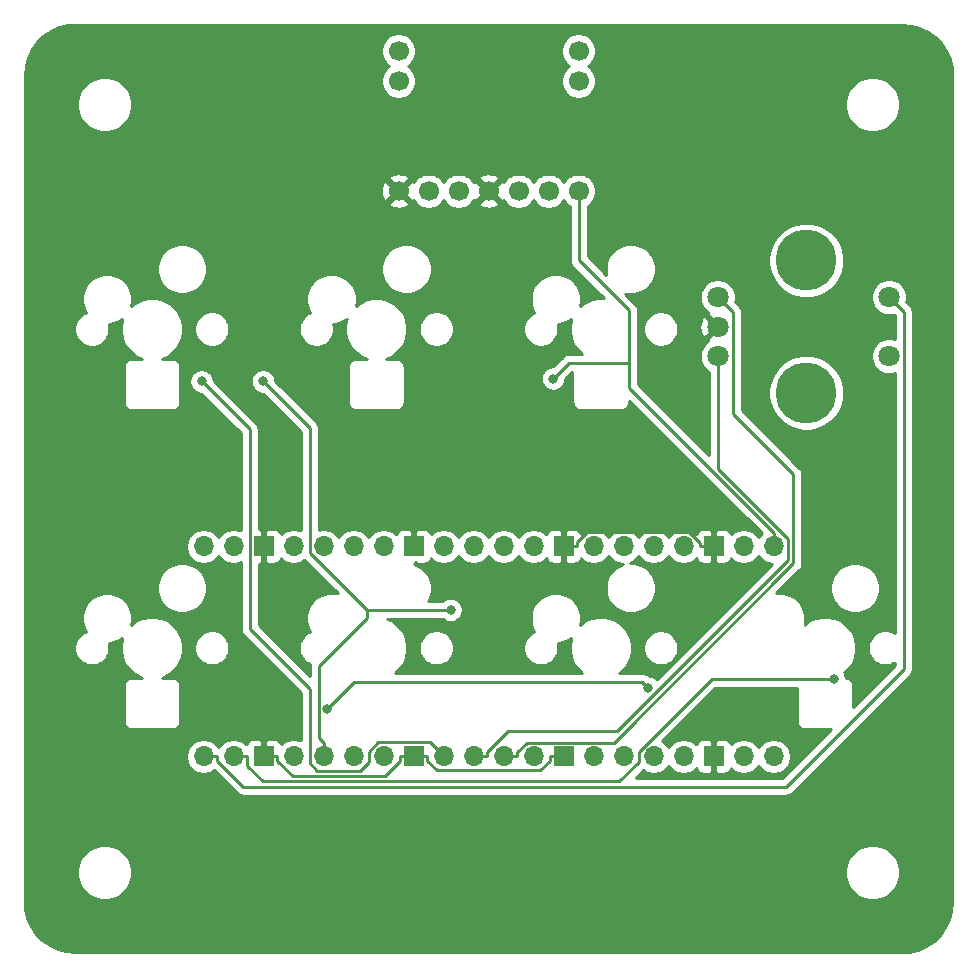
<source format=gbr>
%TF.GenerationSoftware,KiCad,Pcbnew,(5.1.10)-1*%
%TF.CreationDate,2021-12-06T23:58:12+09:00*%
%TF.ProjectId,MACRO-PAD-v0.1,4d414352-4f2d-4504-9144-2d76302e312e,rev?*%
%TF.SameCoordinates,Original*%
%TF.FileFunction,Copper,L1,Top*%
%TF.FilePolarity,Positive*%
%FSLAX46Y46*%
G04 Gerber Fmt 4.6, Leading zero omitted, Abs format (unit mm)*
G04 Created by KiCad (PCBNEW (5.1.10)-1) date 2021-12-06 23:58:12*
%MOMM*%
%LPD*%
G01*
G04 APERTURE LIST*
%TA.AperFunction,ComponentPad*%
%ADD10C,1.700000*%
%TD*%
%TA.AperFunction,ComponentPad*%
%ADD11C,5.161000*%
%TD*%
%TA.AperFunction,ComponentPad*%
%ADD12C,1.800000*%
%TD*%
%TA.AperFunction,ComponentPad*%
%ADD13O,1.700000X1.700000*%
%TD*%
%TA.AperFunction,ComponentPad*%
%ADD14R,1.700000X1.700000*%
%TD*%
%TA.AperFunction,ViaPad*%
%ADD15C,0.800000*%
%TD*%
%TA.AperFunction,Conductor*%
%ADD16C,0.250000*%
%TD*%
%TA.AperFunction,Conductor*%
%ADD17C,0.254000*%
%TD*%
%TA.AperFunction,Conductor*%
%ADD18C,0.100000*%
%TD*%
G04 APERTURE END LIST*
D10*
%TO.P,U9,11*%
%TO.N,N/C*%
X79577000Y-72562510D03*
%TO.P,U9,10*%
X79577000Y-75102510D03*
%TO.P,U9,9*%
X94817000Y-75102510D03*
%TO.P,U9,8*%
X94817000Y-72562510D03*
%TO.P,U9,7*%
%TO.N,GND*%
X79577000Y-84423500D03*
%TO.P,U9,6*%
%TO.N,Net-(U9-Pad6)*%
X82117000Y-84423500D03*
%TO.P,U9,5*%
%TO.N,Net-(U9-Pad5)*%
X84657000Y-84423500D03*
%TO.P,U9,4*%
%TO.N,GND*%
X87197000Y-84423500D03*
%TO.P,U9,3*%
%TO.N,Net-(U9-Pad3)*%
X89737000Y-84423500D03*
%TO.P,U9,2*%
%TO.N,Net-(U9-Pad2)*%
X92277000Y-84423500D03*
%TO.P,U9,1*%
%TO.N,+5V*%
X94817000Y-84423500D03*
%TD*%
D11*
%TO.P,U8,MH2*%
%TO.N,Net-(U8-PadMH2)*%
X114100000Y-101500000D03*
%TO.P,U8,MH1*%
%TO.N,Net-(U8-PadMH1)*%
X114100000Y-90300000D03*
D12*
%TO.P,U8,C1*%
%TO.N,GND*%
X106600000Y-95900000D03*
%TO.P,U8,B1*%
%TO.N,B1*%
X106600000Y-98400000D03*
%TO.P,U8,A1*%
%TO.N,A1*%
X106600000Y-93400000D03*
%TO.P,U8,2*%
%TO.N,Net-(D8-Pad2)*%
X121100000Y-98400000D03*
%TO.P,U8,1*%
%TO.N,col3*%
X121100000Y-93400000D03*
%TD*%
D13*
%TO.P,J1,40*%
%TO.N,+5V*%
X111327000Y-114510000D03*
%TO.P,J1,39*%
%TO.N,Net-(J1-Pad39)*%
X108787000Y-114510000D03*
D14*
%TO.P,J1,38*%
%TO.N,GND*%
X106247000Y-114510000D03*
D13*
%TO.P,J1,37*%
%TO.N,Net-(J1-Pad37)*%
X103707000Y-114510000D03*
%TO.P,J1,36*%
%TO.N,Net-(J1-Pad36)*%
X101167000Y-114510000D03*
%TO.P,J1,35*%
%TO.N,Net-(J1-Pad35)*%
X98627000Y-114510000D03*
%TO.P,J1,34*%
%TO.N,Net-(J1-Pad34)*%
X96087000Y-114510000D03*
D14*
%TO.P,J1,33*%
%TO.N,GND*%
X93547000Y-114510000D03*
D13*
%TO.P,J1,32*%
%TO.N,Net-(J1-Pad32)*%
X91007000Y-114510000D03*
%TO.P,J1,31*%
%TO.N,Net-(J1-Pad31)*%
X88467000Y-114510000D03*
%TO.P,J1,30*%
%TO.N,Net-(J1-Pad30)*%
X85927000Y-114510000D03*
%TO.P,J1,29*%
%TO.N,Net-(J1-Pad29)*%
X83387000Y-114510000D03*
D14*
%TO.P,J1,28*%
%TO.N,GND*%
X80847000Y-114510000D03*
D13*
%TO.P,J1,27*%
%TO.N,Net-(J1-Pad27)*%
X78307000Y-114510000D03*
%TO.P,J1,26*%
%TO.N,Net-(J1-Pad26)*%
X75767000Y-114510000D03*
%TO.P,J1,25*%
%TO.N,Net-(J1-Pad25)*%
X73227000Y-114510000D03*
%TO.P,J1,24*%
%TO.N,Net-(J1-Pad24)*%
X70687000Y-114510000D03*
D14*
%TO.P,J1,23*%
%TO.N,GND*%
X68147000Y-114510000D03*
D13*
%TO.P,J1,22*%
%TO.N,Net-(J1-Pad22)*%
X65607000Y-114510000D03*
%TO.P,J1,21*%
%TO.N,Net-(J1-Pad21)*%
X63067000Y-114510000D03*
%TO.P,J1,20*%
%TO.N,col3*%
X63067000Y-132290000D03*
%TO.P,J1,19*%
%TO.N,col2*%
X65607000Y-132290000D03*
D14*
%TO.P,J1,18*%
%TO.N,GND*%
X68147000Y-132290000D03*
D13*
%TO.P,J1,17*%
%TO.N,col1*%
X70687000Y-132290000D03*
%TO.P,J1,16*%
%TO.N,col0*%
X73227000Y-132290000D03*
%TO.P,J1,15*%
%TO.N,row1*%
X75767000Y-132290000D03*
%TO.P,J1,14*%
%TO.N,row0*%
X78307000Y-132290000D03*
D14*
%TO.P,J1,13*%
%TO.N,GND*%
X80847000Y-132290000D03*
D13*
%TO.P,J1,12*%
%TO.N,LED*%
X83387000Y-132290000D03*
%TO.P,J1,11*%
%TO.N,B1*%
X85927000Y-132290000D03*
%TO.P,J1,10*%
%TO.N,A1*%
X88467000Y-132290000D03*
%TO.P,J1,9*%
%TO.N,Net-(J1-Pad9)*%
X91007000Y-132290000D03*
D14*
%TO.P,J1,8*%
%TO.N,GND*%
X93547000Y-132290000D03*
D13*
%TO.P,J1,7*%
%TO.N,Net-(J1-Pad7)*%
X96087000Y-132290000D03*
%TO.P,J1,6*%
%TO.N,Net-(J1-Pad6)*%
X98627000Y-132290000D03*
%TO.P,J1,5*%
%TO.N,Net-(J1-Pad5)*%
X101167000Y-132290000D03*
%TO.P,J1,4*%
%TO.N,Net-(J1-Pad4)*%
X103707000Y-132290000D03*
D14*
%TO.P,J1,3*%
%TO.N,GND*%
X106247000Y-132290000D03*
D13*
%TO.P,J1,2*%
%TO.N,Net-(J1-Pad2)*%
X108787000Y-132290000D03*
%TO.P,J1,1*%
%TO.N,Net-(J1-Pad1)*%
X111327000Y-132290000D03*
%TD*%
D15*
%TO.N,+5V*%
X92673000Y-100302500D03*
%TO.N,col2*%
X116419900Y-125699900D03*
%TO.N,col0*%
X68102100Y-100527900D03*
X83987000Y-119884100D03*
%TO.N,LED*%
X62897200Y-100527900D03*
%TO.N,Net-(U5-Pad4)*%
X100711800Y-126473700D03*
X73553300Y-128260400D03*
%TD*%
D16*
%TO.N,+5V*%
X99064400Y-98950300D02*
X99064400Y-94509300D01*
X99064400Y-94509300D02*
X94817000Y-90261900D01*
X94817000Y-90261900D02*
X94817000Y-84423500D01*
X111327000Y-113334700D02*
X99064400Y-101072100D01*
X99064400Y-101072100D02*
X99064400Y-98950300D01*
X99064400Y-98950300D02*
X94025200Y-98950300D01*
X94025200Y-98950300D02*
X92673000Y-100302500D01*
X111327000Y-114510000D02*
X111327000Y-113334700D01*
%TO.N,GND*%
X69322300Y-132290000D02*
X69322300Y-132657400D01*
X69322300Y-132657400D02*
X70603900Y-133939000D01*
X70603900Y-133939000D02*
X78414600Y-133939000D01*
X78414600Y-133939000D02*
X79671700Y-132681900D01*
X79671700Y-132681900D02*
X79671700Y-132290000D01*
X80847000Y-132290000D02*
X82022300Y-132290000D01*
X93547000Y-132290000D02*
X92371700Y-132290000D01*
X92371700Y-132290000D02*
X92371700Y-132657300D01*
X92371700Y-132657300D02*
X91563700Y-133465300D01*
X91563700Y-133465300D02*
X82830200Y-133465300D01*
X82830200Y-133465300D02*
X82022300Y-132657400D01*
X82022300Y-132657400D02*
X82022300Y-132290000D01*
X106247000Y-114510000D02*
X105071700Y-114510000D01*
X93547000Y-114510000D02*
X94722300Y-114510000D01*
X94722300Y-114510000D02*
X94722300Y-114142700D01*
X94722300Y-114142700D02*
X95567200Y-113297800D01*
X95567200Y-113297800D02*
X104160800Y-113297800D01*
X104160800Y-113297800D02*
X105071700Y-114208700D01*
X105071700Y-114208700D02*
X105071700Y-114510000D01*
X68147000Y-132290000D02*
X69322300Y-132290000D01*
X80847000Y-132290000D02*
X79671700Y-132290000D01*
%TO.N,col3*%
X64242300Y-132290000D02*
X64242300Y-132657300D01*
X64242300Y-132657300D02*
X66424600Y-134839600D01*
X66424600Y-134839600D02*
X112398600Y-134839600D01*
X112398600Y-134839600D02*
X122341300Y-124896900D01*
X122341300Y-124896900D02*
X122341300Y-94641300D01*
X122341300Y-94641300D02*
X121100000Y-93400000D01*
X63067000Y-132290000D02*
X64242300Y-132290000D01*
%TO.N,col2*%
X66782300Y-132290000D02*
X66782300Y-133098000D01*
X66782300Y-133098000D02*
X68073600Y-134389300D01*
X68073600Y-134389300D02*
X98272900Y-134389300D01*
X98272900Y-134389300D02*
X99897000Y-132765200D01*
X99897000Y-132765200D02*
X99897000Y-131881600D01*
X99897000Y-131881600D02*
X106078700Y-125699900D01*
X106078700Y-125699900D02*
X116419900Y-125699900D01*
X65607000Y-132290000D02*
X66782300Y-132290000D01*
%TO.N,col0*%
X76893200Y-119884100D02*
X72051600Y-115042500D01*
X72051600Y-115042500D02*
X72051600Y-104477400D01*
X72051600Y-104477400D02*
X68102100Y-100527900D01*
X83987000Y-119884100D02*
X76893200Y-119884100D01*
X76893200Y-119884100D02*
X76893200Y-120583300D01*
X76893200Y-120583300D02*
X72804500Y-124672000D01*
X72804500Y-124672000D02*
X72804500Y-130692200D01*
X72804500Y-130692200D02*
X73227000Y-131114700D01*
X73227000Y-132290000D02*
X73227000Y-131114700D01*
%TO.N,LED*%
X83387000Y-132290000D02*
X82199900Y-131102900D01*
X82199900Y-131102900D02*
X77825900Y-131102900D01*
X77825900Y-131102900D02*
X77037000Y-131891800D01*
X77037000Y-131891800D02*
X77037000Y-132777000D01*
X77037000Y-132777000D02*
X76325400Y-133488600D01*
X76325400Y-133488600D02*
X72714100Y-133488600D01*
X72714100Y-133488600D02*
X72051600Y-132826100D01*
X72051600Y-132826100D02*
X72051600Y-126579800D01*
X72051600Y-126579800D02*
X66971600Y-121499800D01*
X66971600Y-121499800D02*
X66971600Y-104602300D01*
X66971600Y-104602300D02*
X62897200Y-100527900D01*
%TO.N,B1*%
X106600000Y-98400000D02*
X106600000Y-107970700D01*
X106600000Y-107970700D02*
X112550600Y-113921300D01*
X112550600Y-113921300D02*
X112550600Y-115684400D01*
X112550600Y-115684400D02*
X98090400Y-130144600D01*
X98090400Y-130144600D02*
X88880300Y-130144600D01*
X88880300Y-130144600D02*
X87102300Y-131922600D01*
X87102300Y-131922600D02*
X87102300Y-132290000D01*
X85927000Y-132290000D02*
X87102300Y-132290000D01*
%TO.N,A1*%
X88467000Y-132290000D02*
X89642300Y-132290000D01*
X89642300Y-132290000D02*
X89642300Y-131922600D01*
X89642300Y-131922600D02*
X90450200Y-131114700D01*
X90450200Y-131114700D02*
X97822900Y-131114700D01*
X97822900Y-131114700D02*
X113001000Y-115936600D01*
X113001000Y-115936600D02*
X113001000Y-108406900D01*
X113001000Y-108406900D02*
X107874600Y-103280500D01*
X107874600Y-103280500D02*
X107874600Y-94674600D01*
X107874600Y-94674600D02*
X106600000Y-93400000D01*
%TO.N,Net-(U5-Pad4)*%
X100711800Y-126473700D02*
X100215700Y-125977600D01*
X100215700Y-125977600D02*
X75836100Y-125977600D01*
X75836100Y-125977600D02*
X73553300Y-128260400D01*
%TD*%
D17*
%TO.N,GND*%
X122954216Y-70408234D02*
X123684598Y-70608043D01*
X124368048Y-70934032D01*
X124982968Y-71375897D01*
X125509925Y-71919675D01*
X125932259Y-72548174D01*
X126236621Y-73241528D01*
X126414746Y-73983476D01*
X126462000Y-74626949D01*
X126462001Y-144573257D01*
X126391766Y-145360216D01*
X126191957Y-146090597D01*
X125865968Y-146774048D01*
X125424103Y-147388968D01*
X124880323Y-147915927D01*
X124251828Y-148338257D01*
X123558472Y-148642621D01*
X122816524Y-148820746D01*
X122173051Y-148868000D01*
X52226732Y-148868000D01*
X51439784Y-148797766D01*
X50709403Y-148597957D01*
X50025952Y-148271968D01*
X49411032Y-147830103D01*
X48884073Y-147286323D01*
X48461743Y-146657828D01*
X48157379Y-145964472D01*
X47979254Y-145222524D01*
X47932000Y-144579051D01*
X47932000Y-141872170D01*
X52353340Y-141872170D01*
X52353340Y-142333830D01*
X52443406Y-142786620D01*
X52620075Y-143213139D01*
X52876560Y-143596996D01*
X53203004Y-143923440D01*
X53586861Y-144179925D01*
X54013380Y-144356594D01*
X54466170Y-144446660D01*
X54927830Y-144446660D01*
X55380620Y-144356594D01*
X55807139Y-144179925D01*
X56190996Y-143923440D01*
X56517440Y-143596996D01*
X56773925Y-143213139D01*
X56950594Y-142786620D01*
X57040660Y-142333830D01*
X57040660Y-141872170D01*
X117353340Y-141872170D01*
X117353340Y-142333830D01*
X117443406Y-142786620D01*
X117620075Y-143213139D01*
X117876560Y-143596996D01*
X118203004Y-143923440D01*
X118586861Y-144179925D01*
X119013380Y-144356594D01*
X119466170Y-144446660D01*
X119927830Y-144446660D01*
X120380620Y-144356594D01*
X120807139Y-144179925D01*
X121190996Y-143923440D01*
X121517440Y-143596996D01*
X121773925Y-143213139D01*
X121950594Y-142786620D01*
X122040660Y-142333830D01*
X122040660Y-141872170D01*
X121950594Y-141419380D01*
X121773925Y-140992861D01*
X121517440Y-140609004D01*
X121190996Y-140282560D01*
X120807139Y-140026075D01*
X120380620Y-139849406D01*
X119927830Y-139759340D01*
X119466170Y-139759340D01*
X119013380Y-139849406D01*
X118586861Y-140026075D01*
X118203004Y-140282560D01*
X117876560Y-140609004D01*
X117620075Y-140992861D01*
X117443406Y-141419380D01*
X117353340Y-141872170D01*
X57040660Y-141872170D01*
X56950594Y-141419380D01*
X56773925Y-140992861D01*
X56517440Y-140609004D01*
X56190996Y-140282560D01*
X55807139Y-140026075D01*
X55380620Y-139849406D01*
X54927830Y-139759340D01*
X54466170Y-139759340D01*
X54013380Y-139849406D01*
X53586861Y-140026075D01*
X53203004Y-140282560D01*
X52876560Y-140609004D01*
X52620075Y-140992861D01*
X52443406Y-141419380D01*
X52353340Y-141872170D01*
X47932000Y-141872170D01*
X47932000Y-122956652D01*
X52131100Y-122956652D01*
X52131100Y-123249348D01*
X52188202Y-123536421D01*
X52300212Y-123806838D01*
X52462826Y-124050206D01*
X52669794Y-124257174D01*
X52913162Y-124419788D01*
X53183579Y-124531798D01*
X53470652Y-124588900D01*
X53763348Y-124588900D01*
X54050421Y-124531798D01*
X54320838Y-124419788D01*
X54564206Y-124257174D01*
X54771174Y-124050206D01*
X54933788Y-123806838D01*
X55045798Y-123536421D01*
X55102900Y-123249348D01*
X55102900Y-122956652D01*
X55051451Y-122698000D01*
X55097279Y-122698000D01*
X55509756Y-122615953D01*
X55898302Y-122455012D01*
X56204708Y-122250279D01*
X56169127Y-122336178D01*
X56068100Y-122844076D01*
X56068100Y-123361924D01*
X56169127Y-123869822D01*
X56367299Y-124348251D01*
X56655000Y-124778826D01*
X57021174Y-125145000D01*
X57451749Y-125432701D01*
X57874958Y-125608000D01*
X57031135Y-125608000D01*
X56997000Y-125604638D01*
X56962866Y-125608000D01*
X56962865Y-125608000D01*
X56860756Y-125618057D01*
X56729748Y-125657798D01*
X56609011Y-125722333D01*
X56503183Y-125809183D01*
X56416333Y-125915011D01*
X56351798Y-126035748D01*
X56312057Y-126166756D01*
X56298638Y-126303000D01*
X56302001Y-126337145D01*
X56302000Y-129268865D01*
X56298638Y-129303000D01*
X56312057Y-129439244D01*
X56351798Y-129570252D01*
X56416333Y-129690989D01*
X56503183Y-129796817D01*
X56570856Y-129852354D01*
X56609011Y-129883667D01*
X56729748Y-129948202D01*
X56860756Y-129987943D01*
X56997000Y-130001362D01*
X57031134Y-129998000D01*
X60362865Y-129998000D01*
X60397000Y-130001362D01*
X60431134Y-129998000D01*
X60431135Y-129998000D01*
X60533244Y-129987943D01*
X60664252Y-129948202D01*
X60784989Y-129883667D01*
X60890817Y-129796817D01*
X60977667Y-129690989D01*
X61042202Y-129570252D01*
X61081943Y-129439244D01*
X61095362Y-129303000D01*
X61092000Y-129268865D01*
X61092000Y-126337135D01*
X61095362Y-126303000D01*
X61081943Y-126166756D01*
X61042202Y-126035748D01*
X60977667Y-125915011D01*
X60890817Y-125809183D01*
X60784989Y-125722333D01*
X60664252Y-125657798D01*
X60533244Y-125618057D01*
X60431135Y-125608000D01*
X60397000Y-125604638D01*
X60362866Y-125608000D01*
X59519042Y-125608000D01*
X59942251Y-125432701D01*
X60372826Y-125145000D01*
X60739000Y-124778826D01*
X61026701Y-124348251D01*
X61224873Y-123869822D01*
X61325900Y-123361924D01*
X61325900Y-122956652D01*
X62291100Y-122956652D01*
X62291100Y-123249348D01*
X62348202Y-123536421D01*
X62460212Y-123806838D01*
X62622826Y-124050206D01*
X62829794Y-124257174D01*
X63073162Y-124419788D01*
X63343579Y-124531798D01*
X63630652Y-124588900D01*
X63923348Y-124588900D01*
X64210421Y-124531798D01*
X64480838Y-124419788D01*
X64724206Y-124257174D01*
X64931174Y-124050206D01*
X65093788Y-123806838D01*
X65205798Y-123536421D01*
X65262900Y-123249348D01*
X65262900Y-122956652D01*
X65205798Y-122669579D01*
X65093788Y-122399162D01*
X64931174Y-122155794D01*
X64724206Y-121948826D01*
X64480838Y-121786212D01*
X64210421Y-121674202D01*
X63923348Y-121617100D01*
X63630652Y-121617100D01*
X63343579Y-121674202D01*
X63073162Y-121786212D01*
X62829794Y-121948826D01*
X62622826Y-122155794D01*
X62460212Y-122399162D01*
X62348202Y-122669579D01*
X62291100Y-122956652D01*
X61325900Y-122956652D01*
X61325900Y-122844076D01*
X61224873Y-122336178D01*
X61026701Y-121857749D01*
X60739000Y-121427174D01*
X60372826Y-121061000D01*
X59942251Y-120773299D01*
X59463822Y-120575127D01*
X58955924Y-120474100D01*
X58438076Y-120474100D01*
X57930178Y-120575127D01*
X57451749Y-120773299D01*
X57021174Y-121061000D01*
X56950763Y-121131411D01*
X57022000Y-120773279D01*
X57022000Y-120352721D01*
X56939953Y-119940244D01*
X56779012Y-119551698D01*
X56545363Y-119202017D01*
X56247983Y-118904637D01*
X55898302Y-118670988D01*
X55509756Y-118510047D01*
X55097279Y-118428000D01*
X54676721Y-118428000D01*
X54264244Y-118510047D01*
X53875698Y-118670988D01*
X53526017Y-118904637D01*
X53228637Y-119202017D01*
X52994988Y-119551698D01*
X52834047Y-119940244D01*
X52752000Y-120352721D01*
X52752000Y-120773279D01*
X52834047Y-121185756D01*
X52994988Y-121574302D01*
X53088150Y-121713730D01*
X52913162Y-121786212D01*
X52669794Y-121948826D01*
X52462826Y-122155794D01*
X52300212Y-122399162D01*
X52188202Y-122669579D01*
X52131100Y-122956652D01*
X47932000Y-122956652D01*
X47932000Y-117812721D01*
X59102000Y-117812721D01*
X59102000Y-118233279D01*
X59184047Y-118645756D01*
X59344988Y-119034302D01*
X59578637Y-119383983D01*
X59876017Y-119681363D01*
X60225698Y-119915012D01*
X60614244Y-120075953D01*
X61026721Y-120158000D01*
X61447279Y-120158000D01*
X61859756Y-120075953D01*
X62248302Y-119915012D01*
X62597983Y-119681363D01*
X62895363Y-119383983D01*
X63129012Y-119034302D01*
X63289953Y-118645756D01*
X63372000Y-118233279D01*
X63372000Y-117812721D01*
X63289953Y-117400244D01*
X63129012Y-117011698D01*
X62895363Y-116662017D01*
X62597983Y-116364637D01*
X62248302Y-116130988D01*
X61859756Y-115970047D01*
X61447279Y-115888000D01*
X61026721Y-115888000D01*
X60614244Y-115970047D01*
X60225698Y-116130988D01*
X59876017Y-116364637D01*
X59578637Y-116662017D01*
X59344988Y-117011698D01*
X59184047Y-117400244D01*
X59102000Y-117812721D01*
X47932000Y-117812721D01*
X47932000Y-114363740D01*
X61582000Y-114363740D01*
X61582000Y-114656260D01*
X61639068Y-114943158D01*
X61751010Y-115213411D01*
X61913525Y-115456632D01*
X62120368Y-115663475D01*
X62363589Y-115825990D01*
X62633842Y-115937932D01*
X62920740Y-115995000D01*
X63213260Y-115995000D01*
X63500158Y-115937932D01*
X63770411Y-115825990D01*
X64013632Y-115663475D01*
X64220475Y-115456632D01*
X64337000Y-115282240D01*
X64453525Y-115456632D01*
X64660368Y-115663475D01*
X64903589Y-115825990D01*
X65173842Y-115937932D01*
X65460740Y-115995000D01*
X65753260Y-115995000D01*
X66040158Y-115937932D01*
X66211600Y-115866919D01*
X66211600Y-121462478D01*
X66207924Y-121499800D01*
X66211600Y-121537122D01*
X66211600Y-121537132D01*
X66222597Y-121648785D01*
X66264284Y-121786212D01*
X66266054Y-121792046D01*
X66336626Y-121924076D01*
X66356938Y-121948826D01*
X66431599Y-122039801D01*
X66460603Y-122063604D01*
X71291601Y-126894603D01*
X71291600Y-130933081D01*
X71120158Y-130862068D01*
X70833260Y-130805000D01*
X70540740Y-130805000D01*
X70253842Y-130862068D01*
X69983589Y-130974010D01*
X69740368Y-131136525D01*
X69608513Y-131268380D01*
X69586502Y-131195820D01*
X69527537Y-131085506D01*
X69448185Y-130988815D01*
X69351494Y-130909463D01*
X69241180Y-130850498D01*
X69121482Y-130814188D01*
X68997000Y-130801928D01*
X68432750Y-130805000D01*
X68274000Y-130963750D01*
X68274000Y-132163000D01*
X68294000Y-132163000D01*
X68294000Y-132417000D01*
X68274000Y-132417000D01*
X68274000Y-132437000D01*
X68020000Y-132437000D01*
X68020000Y-132417000D01*
X68000000Y-132417000D01*
X68000000Y-132163000D01*
X68020000Y-132163000D01*
X68020000Y-130963750D01*
X67861250Y-130805000D01*
X67297000Y-130801928D01*
X67172518Y-130814188D01*
X67052820Y-130850498D01*
X66942506Y-130909463D01*
X66845815Y-130988815D01*
X66766463Y-131085506D01*
X66707498Y-131195820D01*
X66685487Y-131268380D01*
X66553632Y-131136525D01*
X66310411Y-130974010D01*
X66040158Y-130862068D01*
X65753260Y-130805000D01*
X65460740Y-130805000D01*
X65173842Y-130862068D01*
X64903589Y-130974010D01*
X64660368Y-131136525D01*
X64453525Y-131343368D01*
X64337000Y-131517760D01*
X64220475Y-131343368D01*
X64013632Y-131136525D01*
X63770411Y-130974010D01*
X63500158Y-130862068D01*
X63213260Y-130805000D01*
X62920740Y-130805000D01*
X62633842Y-130862068D01*
X62363589Y-130974010D01*
X62120368Y-131136525D01*
X61913525Y-131343368D01*
X61751010Y-131586589D01*
X61639068Y-131856842D01*
X61582000Y-132143740D01*
X61582000Y-132436260D01*
X61639068Y-132723158D01*
X61751010Y-132993411D01*
X61913525Y-133236632D01*
X62120368Y-133443475D01*
X62363589Y-133605990D01*
X62633842Y-133717932D01*
X62920740Y-133775000D01*
X63213260Y-133775000D01*
X63500158Y-133717932D01*
X63770411Y-133605990D01*
X63977690Y-133467491D01*
X65860801Y-135350603D01*
X65884599Y-135379601D01*
X66000324Y-135474574D01*
X66132353Y-135545146D01*
X66275614Y-135588603D01*
X66387267Y-135599600D01*
X66387276Y-135599600D01*
X66424599Y-135603276D01*
X66461922Y-135599600D01*
X112361278Y-135599600D01*
X112398600Y-135603276D01*
X112435922Y-135599600D01*
X112435933Y-135599600D01*
X112547586Y-135588603D01*
X112690847Y-135545146D01*
X112822876Y-135474574D01*
X112938601Y-135379601D01*
X112962404Y-135350597D01*
X122852304Y-125460698D01*
X122881301Y-125436901D01*
X122976274Y-125321176D01*
X123046846Y-125189147D01*
X123090303Y-125045886D01*
X123101300Y-124934233D01*
X123101300Y-124934224D01*
X123104976Y-124896901D01*
X123101300Y-124859578D01*
X123101300Y-94678622D01*
X123104976Y-94641299D01*
X123101300Y-94603976D01*
X123101300Y-94603967D01*
X123090303Y-94492314D01*
X123046846Y-94349053D01*
X122976274Y-94217024D01*
X122881301Y-94101299D01*
X122852303Y-94077501D01*
X122583731Y-93808930D01*
X122635000Y-93551184D01*
X122635000Y-93248816D01*
X122576011Y-92952257D01*
X122460299Y-92672905D01*
X122292312Y-92421495D01*
X122078505Y-92207688D01*
X121827095Y-92039701D01*
X121547743Y-91923989D01*
X121251184Y-91865000D01*
X120948816Y-91865000D01*
X120652257Y-91923989D01*
X120372905Y-92039701D01*
X120121495Y-92207688D01*
X119907688Y-92421495D01*
X119739701Y-92672905D01*
X119623989Y-92952257D01*
X119565000Y-93248816D01*
X119565000Y-93551184D01*
X119623989Y-93847743D01*
X119739701Y-94127095D01*
X119907688Y-94378505D01*
X120121495Y-94592312D01*
X120372905Y-94760299D01*
X120652257Y-94876011D01*
X120948816Y-94935000D01*
X121251184Y-94935000D01*
X121508930Y-94883731D01*
X121581301Y-94956103D01*
X121581301Y-96937889D01*
X121547743Y-96923989D01*
X121251184Y-96865000D01*
X120948816Y-96865000D01*
X120652257Y-96923989D01*
X120372905Y-97039701D01*
X120121495Y-97207688D01*
X119907688Y-97421495D01*
X119739701Y-97672905D01*
X119623989Y-97952257D01*
X119565000Y-98248816D01*
X119565000Y-98551184D01*
X119623989Y-98847743D01*
X119739701Y-99127095D01*
X119907688Y-99378505D01*
X120121495Y-99592312D01*
X120372905Y-99760299D01*
X120652257Y-99876011D01*
X120948816Y-99935000D01*
X121251184Y-99935000D01*
X121547743Y-99876011D01*
X121581301Y-99862111D01*
X121581300Y-121853339D01*
X121480838Y-121786212D01*
X121210421Y-121674202D01*
X120923348Y-121617100D01*
X120630652Y-121617100D01*
X120343579Y-121674202D01*
X120073162Y-121786212D01*
X119829794Y-121948826D01*
X119622826Y-122155794D01*
X119460212Y-122399162D01*
X119348202Y-122669579D01*
X119291100Y-122956652D01*
X119291100Y-123249348D01*
X119348202Y-123536421D01*
X119460212Y-123806838D01*
X119622826Y-124050206D01*
X119829794Y-124257174D01*
X120073162Y-124419788D01*
X120343579Y-124531798D01*
X120630652Y-124588900D01*
X120923348Y-124588900D01*
X121210421Y-124531798D01*
X121480838Y-124419788D01*
X121581300Y-124352661D01*
X121581300Y-124582098D01*
X118092000Y-128071398D01*
X118092000Y-126337135D01*
X118095362Y-126303000D01*
X118081943Y-126166756D01*
X118042202Y-126035748D01*
X117977667Y-125915011D01*
X117890817Y-125809183D01*
X117784989Y-125722333D01*
X117664252Y-125657798D01*
X117533244Y-125618057D01*
X117454900Y-125610341D01*
X117454900Y-125597961D01*
X117415126Y-125398002D01*
X117337105Y-125209644D01*
X117318269Y-125181454D01*
X117372826Y-125145000D01*
X117739000Y-124778826D01*
X118026701Y-124348251D01*
X118224873Y-123869822D01*
X118325900Y-123361924D01*
X118325900Y-122844076D01*
X118224873Y-122336178D01*
X118026701Y-121857749D01*
X117739000Y-121427174D01*
X117372826Y-121061000D01*
X116942251Y-120773299D01*
X116463822Y-120575127D01*
X115955924Y-120474100D01*
X115438076Y-120474100D01*
X114930178Y-120575127D01*
X114451749Y-120773299D01*
X114021174Y-121061000D01*
X113950763Y-121131411D01*
X114022000Y-120773279D01*
X114022000Y-120352721D01*
X113939953Y-119940244D01*
X113779012Y-119551698D01*
X113545363Y-119202017D01*
X113247983Y-118904637D01*
X112898302Y-118670988D01*
X112509756Y-118510047D01*
X112097279Y-118428000D01*
X111676721Y-118428000D01*
X111561479Y-118450923D01*
X112199681Y-117812721D01*
X116102000Y-117812721D01*
X116102000Y-118233279D01*
X116184047Y-118645756D01*
X116344988Y-119034302D01*
X116578637Y-119383983D01*
X116876017Y-119681363D01*
X117225698Y-119915012D01*
X117614244Y-120075953D01*
X118026721Y-120158000D01*
X118447279Y-120158000D01*
X118859756Y-120075953D01*
X119248302Y-119915012D01*
X119597983Y-119681363D01*
X119895363Y-119383983D01*
X120129012Y-119034302D01*
X120289953Y-118645756D01*
X120372000Y-118233279D01*
X120372000Y-117812721D01*
X120289953Y-117400244D01*
X120129012Y-117011698D01*
X119895363Y-116662017D01*
X119597983Y-116364637D01*
X119248302Y-116130988D01*
X118859756Y-115970047D01*
X118447279Y-115888000D01*
X118026721Y-115888000D01*
X117614244Y-115970047D01*
X117225698Y-116130988D01*
X116876017Y-116364637D01*
X116578637Y-116662017D01*
X116344988Y-117011698D01*
X116184047Y-117400244D01*
X116102000Y-117812721D01*
X112199681Y-117812721D01*
X113512004Y-116500398D01*
X113541001Y-116476601D01*
X113635974Y-116360876D01*
X113706546Y-116228847D01*
X113750003Y-116085586D01*
X113761000Y-115973933D01*
X113761000Y-115973923D01*
X113764676Y-115936600D01*
X113761000Y-115899277D01*
X113761000Y-108444222D01*
X113764676Y-108406899D01*
X113761000Y-108369576D01*
X113761000Y-108369567D01*
X113750003Y-108257914D01*
X113706546Y-108114653D01*
X113635974Y-107982624D01*
X113622811Y-107966585D01*
X113564799Y-107895896D01*
X113564795Y-107895892D01*
X113541001Y-107866899D01*
X113512008Y-107843105D01*
X108634600Y-102965699D01*
X108634600Y-101183301D01*
X110884500Y-101183301D01*
X110884500Y-101816699D01*
X111008070Y-102437927D01*
X111250461Y-103023110D01*
X111602358Y-103549761D01*
X112050239Y-103997642D01*
X112576890Y-104349539D01*
X113162073Y-104591930D01*
X113783301Y-104715500D01*
X114416699Y-104715500D01*
X115037927Y-104591930D01*
X115623110Y-104349539D01*
X116149761Y-103997642D01*
X116597642Y-103549761D01*
X116949539Y-103023110D01*
X117191930Y-102437927D01*
X117315500Y-101816699D01*
X117315500Y-101183301D01*
X117191930Y-100562073D01*
X116949539Y-99976890D01*
X116597642Y-99450239D01*
X116149761Y-99002358D01*
X115623110Y-98650461D01*
X115037927Y-98408070D01*
X114416699Y-98284500D01*
X113783301Y-98284500D01*
X113162073Y-98408070D01*
X112576890Y-98650461D01*
X112050239Y-99002358D01*
X111602358Y-99450239D01*
X111250461Y-99976890D01*
X111008070Y-100562073D01*
X110884500Y-101183301D01*
X108634600Y-101183301D01*
X108634600Y-94711933D01*
X108638277Y-94674600D01*
X108623603Y-94525614D01*
X108580146Y-94382353D01*
X108509574Y-94250324D01*
X108438399Y-94163597D01*
X108414601Y-94134599D01*
X108385603Y-94110801D01*
X108083731Y-93808930D01*
X108135000Y-93551184D01*
X108135000Y-93248816D01*
X108076011Y-92952257D01*
X107960299Y-92672905D01*
X107792312Y-92421495D01*
X107578505Y-92207688D01*
X107327095Y-92039701D01*
X107047743Y-91923989D01*
X106751184Y-91865000D01*
X106448816Y-91865000D01*
X106152257Y-91923989D01*
X105872905Y-92039701D01*
X105621495Y-92207688D01*
X105407688Y-92421495D01*
X105239701Y-92672905D01*
X105123989Y-92952257D01*
X105065000Y-93248816D01*
X105065000Y-93551184D01*
X105123989Y-93847743D01*
X105239701Y-94127095D01*
X105407688Y-94378505D01*
X105621495Y-94592312D01*
X105764310Y-94687738D01*
X105715525Y-94835920D01*
X106600000Y-95720395D01*
X106614143Y-95706253D01*
X106793748Y-95885858D01*
X106779605Y-95900000D01*
X106793748Y-95914143D01*
X106614143Y-96093748D01*
X106600000Y-96079605D01*
X105715525Y-96964080D01*
X105764310Y-97112262D01*
X105621495Y-97207688D01*
X105407688Y-97421495D01*
X105239701Y-97672905D01*
X105123989Y-97952257D01*
X105065000Y-98248816D01*
X105065000Y-98551184D01*
X105123989Y-98847743D01*
X105239701Y-99127095D01*
X105407688Y-99378505D01*
X105621495Y-99592312D01*
X105840000Y-99738313D01*
X105840001Y-106772899D01*
X99824400Y-100757299D01*
X99824400Y-98987632D01*
X99828077Y-98950300D01*
X99824400Y-98912967D01*
X99824400Y-95956652D01*
X100291100Y-95956652D01*
X100291100Y-96249348D01*
X100348202Y-96536421D01*
X100460212Y-96806838D01*
X100622826Y-97050206D01*
X100829794Y-97257174D01*
X101073162Y-97419788D01*
X101343579Y-97531798D01*
X101630652Y-97588900D01*
X101923348Y-97588900D01*
X102210421Y-97531798D01*
X102480838Y-97419788D01*
X102724206Y-97257174D01*
X102931174Y-97050206D01*
X103093788Y-96806838D01*
X103205798Y-96536421D01*
X103262900Y-96249348D01*
X103262900Y-95966553D01*
X105059009Y-95966553D01*
X105101603Y-96265907D01*
X105201778Y-96551199D01*
X105281739Y-96700792D01*
X105535920Y-96784475D01*
X106420395Y-95900000D01*
X105535920Y-95015525D01*
X105281739Y-95099208D01*
X105150842Y-95371775D01*
X105075635Y-95664642D01*
X105059009Y-95966553D01*
X103262900Y-95966553D01*
X103262900Y-95956652D01*
X103205798Y-95669579D01*
X103093788Y-95399162D01*
X102931174Y-95155794D01*
X102724206Y-94948826D01*
X102480838Y-94786212D01*
X102210421Y-94674202D01*
X101923348Y-94617100D01*
X101630652Y-94617100D01*
X101343579Y-94674202D01*
X101073162Y-94786212D01*
X100829794Y-94948826D01*
X100622826Y-95155794D01*
X100460212Y-95399162D01*
X100348202Y-95669579D01*
X100291100Y-95956652D01*
X99824400Y-95956652D01*
X99824400Y-94546625D01*
X99828076Y-94509300D01*
X99824400Y-94471975D01*
X99824400Y-94471967D01*
X99813403Y-94360314D01*
X99769946Y-94217053D01*
X99699374Y-94085024D01*
X99604401Y-93969299D01*
X99575403Y-93945501D01*
X98728602Y-93098700D01*
X99026721Y-93158000D01*
X99447279Y-93158000D01*
X99859756Y-93075953D01*
X100248302Y-92915012D01*
X100597983Y-92681363D01*
X100895363Y-92383983D01*
X101129012Y-92034302D01*
X101289953Y-91645756D01*
X101372000Y-91233279D01*
X101372000Y-90812721D01*
X101289953Y-90400244D01*
X101129012Y-90011698D01*
X101110038Y-89983301D01*
X110884500Y-89983301D01*
X110884500Y-90616699D01*
X111008070Y-91237927D01*
X111250461Y-91823110D01*
X111602358Y-92349761D01*
X112050239Y-92797642D01*
X112576890Y-93149539D01*
X113162073Y-93391930D01*
X113783301Y-93515500D01*
X114416699Y-93515500D01*
X115037927Y-93391930D01*
X115623110Y-93149539D01*
X116149761Y-92797642D01*
X116597642Y-92349761D01*
X116949539Y-91823110D01*
X117191930Y-91237927D01*
X117315500Y-90616699D01*
X117315500Y-89983301D01*
X117191930Y-89362073D01*
X116949539Y-88776890D01*
X116597642Y-88250239D01*
X116149761Y-87802358D01*
X115623110Y-87450461D01*
X115037927Y-87208070D01*
X114416699Y-87084500D01*
X113783301Y-87084500D01*
X113162073Y-87208070D01*
X112576890Y-87450461D01*
X112050239Y-87802358D01*
X111602358Y-88250239D01*
X111250461Y-88776890D01*
X111008070Y-89362073D01*
X110884500Y-89983301D01*
X101110038Y-89983301D01*
X100895363Y-89662017D01*
X100597983Y-89364637D01*
X100248302Y-89130988D01*
X99859756Y-88970047D01*
X99447279Y-88888000D01*
X99026721Y-88888000D01*
X98614244Y-88970047D01*
X98225698Y-89130988D01*
X97876017Y-89364637D01*
X97578637Y-89662017D01*
X97344988Y-90011698D01*
X97184047Y-90400244D01*
X97102000Y-90812721D01*
X97102000Y-91233279D01*
X97161300Y-91531398D01*
X95577000Y-89947099D01*
X95577000Y-85701678D01*
X95763632Y-85576975D01*
X95970475Y-85370132D01*
X96132990Y-85126911D01*
X96244932Y-84856658D01*
X96302000Y-84569760D01*
X96302000Y-84277240D01*
X96244932Y-83990342D01*
X96132990Y-83720089D01*
X95970475Y-83476868D01*
X95763632Y-83270025D01*
X95520411Y-83107510D01*
X95250158Y-82995568D01*
X94963260Y-82938500D01*
X94670740Y-82938500D01*
X94383842Y-82995568D01*
X94113589Y-83107510D01*
X93870368Y-83270025D01*
X93663525Y-83476868D01*
X93547000Y-83651260D01*
X93430475Y-83476868D01*
X93223632Y-83270025D01*
X92980411Y-83107510D01*
X92710158Y-82995568D01*
X92423260Y-82938500D01*
X92130740Y-82938500D01*
X91843842Y-82995568D01*
X91573589Y-83107510D01*
X91330368Y-83270025D01*
X91123525Y-83476868D01*
X91007000Y-83651260D01*
X90890475Y-83476868D01*
X90683632Y-83270025D01*
X90440411Y-83107510D01*
X90170158Y-82995568D01*
X89883260Y-82938500D01*
X89590740Y-82938500D01*
X89303842Y-82995568D01*
X89033589Y-83107510D01*
X88790368Y-83270025D01*
X88583525Y-83476868D01*
X88467689Y-83650229D01*
X88225397Y-83574708D01*
X87376605Y-84423500D01*
X88225397Y-85272292D01*
X88467689Y-85196771D01*
X88583525Y-85370132D01*
X88790368Y-85576975D01*
X89033589Y-85739490D01*
X89303842Y-85851432D01*
X89590740Y-85908500D01*
X89883260Y-85908500D01*
X90170158Y-85851432D01*
X90440411Y-85739490D01*
X90683632Y-85576975D01*
X90890475Y-85370132D01*
X91007000Y-85195740D01*
X91123525Y-85370132D01*
X91330368Y-85576975D01*
X91573589Y-85739490D01*
X91843842Y-85851432D01*
X92130740Y-85908500D01*
X92423260Y-85908500D01*
X92710158Y-85851432D01*
X92980411Y-85739490D01*
X93223632Y-85576975D01*
X93430475Y-85370132D01*
X93547000Y-85195740D01*
X93663525Y-85370132D01*
X93870368Y-85576975D01*
X94057001Y-85701679D01*
X94057000Y-90224577D01*
X94053324Y-90261900D01*
X94057000Y-90299222D01*
X94057000Y-90299232D01*
X94067997Y-90410885D01*
X94111454Y-90554146D01*
X94182026Y-90686176D01*
X94221871Y-90734726D01*
X94276999Y-90801901D01*
X94306003Y-90825704D01*
X96954398Y-93474100D01*
X96438076Y-93474100D01*
X95930178Y-93575127D01*
X95451749Y-93773299D01*
X95021174Y-94061000D01*
X94950763Y-94131411D01*
X95022000Y-93773279D01*
X95022000Y-93352721D01*
X94939953Y-92940244D01*
X94779012Y-92551698D01*
X94545363Y-92202017D01*
X94247983Y-91904637D01*
X93898302Y-91670988D01*
X93509756Y-91510047D01*
X93097279Y-91428000D01*
X92676721Y-91428000D01*
X92264244Y-91510047D01*
X91875698Y-91670988D01*
X91526017Y-91904637D01*
X91228637Y-92202017D01*
X90994988Y-92551698D01*
X90834047Y-92940244D01*
X90752000Y-93352721D01*
X90752000Y-93773279D01*
X90834047Y-94185756D01*
X90994988Y-94574302D01*
X91088150Y-94713730D01*
X90913162Y-94786212D01*
X90669794Y-94948826D01*
X90462826Y-95155794D01*
X90300212Y-95399162D01*
X90188202Y-95669579D01*
X90131100Y-95956652D01*
X90131100Y-96249348D01*
X90188202Y-96536421D01*
X90300212Y-96806838D01*
X90462826Y-97050206D01*
X90669794Y-97257174D01*
X90913162Y-97419788D01*
X91183579Y-97531798D01*
X91470652Y-97588900D01*
X91763348Y-97588900D01*
X92050421Y-97531798D01*
X92320838Y-97419788D01*
X92564206Y-97257174D01*
X92771174Y-97050206D01*
X92933788Y-96806838D01*
X93045798Y-96536421D01*
X93102900Y-96249348D01*
X93102900Y-95956652D01*
X93051451Y-95698000D01*
X93097279Y-95698000D01*
X93509756Y-95615953D01*
X93898302Y-95455012D01*
X94204708Y-95250279D01*
X94169127Y-95336178D01*
X94068100Y-95844076D01*
X94068100Y-96361924D01*
X94169127Y-96869822D01*
X94367299Y-97348251D01*
X94655000Y-97778826D01*
X95021174Y-98145000D01*
X95088970Y-98190300D01*
X94062533Y-98190300D01*
X94025200Y-98186623D01*
X93987867Y-98190300D01*
X93876214Y-98201297D01*
X93732953Y-98244754D01*
X93600924Y-98315326D01*
X93485199Y-98410299D01*
X93461401Y-98439297D01*
X92633199Y-99267500D01*
X92571061Y-99267500D01*
X92371102Y-99307274D01*
X92182744Y-99385295D01*
X92013226Y-99498563D01*
X91869063Y-99642726D01*
X91755795Y-99812244D01*
X91677774Y-100000602D01*
X91638000Y-100200561D01*
X91638000Y-100404439D01*
X91677774Y-100604398D01*
X91755795Y-100792756D01*
X91869063Y-100962274D01*
X92013226Y-101106437D01*
X92182744Y-101219705D01*
X92371102Y-101297726D01*
X92571061Y-101337500D01*
X92774939Y-101337500D01*
X92974898Y-101297726D01*
X93163256Y-101219705D01*
X93332774Y-101106437D01*
X93476937Y-100962274D01*
X93590205Y-100792756D01*
X93668226Y-100604398D01*
X93708000Y-100404439D01*
X93708000Y-100342301D01*
X94302001Y-99748301D01*
X94302000Y-102268865D01*
X94298638Y-102303000D01*
X94312057Y-102439244D01*
X94351798Y-102570252D01*
X94416333Y-102690989D01*
X94503183Y-102796817D01*
X94609011Y-102883667D01*
X94729748Y-102948202D01*
X94860756Y-102987943D01*
X94997000Y-103001362D01*
X95031134Y-102998000D01*
X98362865Y-102998000D01*
X98397000Y-103001362D01*
X98431134Y-102998000D01*
X98431135Y-102998000D01*
X98533244Y-102987943D01*
X98664252Y-102948202D01*
X98784989Y-102883667D01*
X98890817Y-102796817D01*
X98977667Y-102690989D01*
X99042202Y-102570252D01*
X99081943Y-102439244D01*
X99095362Y-102303000D01*
X99092000Y-102268865D01*
X99092000Y-102174501D01*
X110327196Y-113409697D01*
X110173525Y-113563368D01*
X110057000Y-113737760D01*
X109940475Y-113563368D01*
X109733632Y-113356525D01*
X109490411Y-113194010D01*
X109220158Y-113082068D01*
X108933260Y-113025000D01*
X108640740Y-113025000D01*
X108353842Y-113082068D01*
X108083589Y-113194010D01*
X107840368Y-113356525D01*
X107708513Y-113488380D01*
X107686502Y-113415820D01*
X107627537Y-113305506D01*
X107548185Y-113208815D01*
X107451494Y-113129463D01*
X107341180Y-113070498D01*
X107221482Y-113034188D01*
X107097000Y-113021928D01*
X106532750Y-113025000D01*
X106374000Y-113183750D01*
X106374000Y-114383000D01*
X106394000Y-114383000D01*
X106394000Y-114637000D01*
X106374000Y-114637000D01*
X106374000Y-115836250D01*
X106532750Y-115995000D01*
X107097000Y-115998072D01*
X107221482Y-115985812D01*
X107341180Y-115949502D01*
X107451494Y-115890537D01*
X107548185Y-115811185D01*
X107627537Y-115714494D01*
X107686502Y-115604180D01*
X107708513Y-115531620D01*
X107840368Y-115663475D01*
X108083589Y-115825990D01*
X108353842Y-115937932D01*
X108640740Y-115995000D01*
X108933260Y-115995000D01*
X109220158Y-115937932D01*
X109490411Y-115825990D01*
X109733632Y-115663475D01*
X109940475Y-115456632D01*
X110057000Y-115282240D01*
X110173525Y-115456632D01*
X110380368Y-115663475D01*
X110623589Y-115825990D01*
X110893842Y-115937932D01*
X111167777Y-115992421D01*
X101431005Y-125729194D01*
X101371574Y-125669763D01*
X101202056Y-125556495D01*
X101013698Y-125478474D01*
X100813739Y-125438700D01*
X100756605Y-125438700D01*
X100755701Y-125437599D01*
X100639976Y-125342626D01*
X100507947Y-125272054D01*
X100364686Y-125228597D01*
X100253033Y-125217600D01*
X100253022Y-125217600D01*
X100215700Y-125213924D01*
X100178378Y-125217600D01*
X98264172Y-125217600D01*
X98372826Y-125145000D01*
X98739000Y-124778826D01*
X99026701Y-124348251D01*
X99224873Y-123869822D01*
X99325900Y-123361924D01*
X99325900Y-122956652D01*
X100291100Y-122956652D01*
X100291100Y-123249348D01*
X100348202Y-123536421D01*
X100460212Y-123806838D01*
X100622826Y-124050206D01*
X100829794Y-124257174D01*
X101073162Y-124419788D01*
X101343579Y-124531798D01*
X101630652Y-124588900D01*
X101923348Y-124588900D01*
X102210421Y-124531798D01*
X102480838Y-124419788D01*
X102724206Y-124257174D01*
X102931174Y-124050206D01*
X103093788Y-123806838D01*
X103205798Y-123536421D01*
X103262900Y-123249348D01*
X103262900Y-122956652D01*
X103205798Y-122669579D01*
X103093788Y-122399162D01*
X102931174Y-122155794D01*
X102724206Y-121948826D01*
X102480838Y-121786212D01*
X102210421Y-121674202D01*
X101923348Y-121617100D01*
X101630652Y-121617100D01*
X101343579Y-121674202D01*
X101073162Y-121786212D01*
X100829794Y-121948826D01*
X100622826Y-122155794D01*
X100460212Y-122399162D01*
X100348202Y-122669579D01*
X100291100Y-122956652D01*
X99325900Y-122956652D01*
X99325900Y-122844076D01*
X99224873Y-122336178D01*
X99026701Y-121857749D01*
X98739000Y-121427174D01*
X98372826Y-121061000D01*
X97942251Y-120773299D01*
X97463822Y-120575127D01*
X96955924Y-120474100D01*
X96438076Y-120474100D01*
X95930178Y-120575127D01*
X95451749Y-120773299D01*
X95021174Y-121061000D01*
X94950763Y-121131411D01*
X95022000Y-120773279D01*
X95022000Y-120352721D01*
X94939953Y-119940244D01*
X94779012Y-119551698D01*
X94545363Y-119202017D01*
X94247983Y-118904637D01*
X93898302Y-118670988D01*
X93509756Y-118510047D01*
X93097279Y-118428000D01*
X92676721Y-118428000D01*
X92264244Y-118510047D01*
X91875698Y-118670988D01*
X91526017Y-118904637D01*
X91228637Y-119202017D01*
X90994988Y-119551698D01*
X90834047Y-119940244D01*
X90752000Y-120352721D01*
X90752000Y-120773279D01*
X90834047Y-121185756D01*
X90994988Y-121574302D01*
X91088150Y-121713730D01*
X90913162Y-121786212D01*
X90669794Y-121948826D01*
X90462826Y-122155794D01*
X90300212Y-122399162D01*
X90188202Y-122669579D01*
X90131100Y-122956652D01*
X90131100Y-123249348D01*
X90188202Y-123536421D01*
X90300212Y-123806838D01*
X90462826Y-124050206D01*
X90669794Y-124257174D01*
X90913162Y-124419788D01*
X91183579Y-124531798D01*
X91470652Y-124588900D01*
X91763348Y-124588900D01*
X92050421Y-124531798D01*
X92320838Y-124419788D01*
X92564206Y-124257174D01*
X92771174Y-124050206D01*
X92933788Y-123806838D01*
X93045798Y-123536421D01*
X93102900Y-123249348D01*
X93102900Y-122956652D01*
X93051451Y-122698000D01*
X93097279Y-122698000D01*
X93509756Y-122615953D01*
X93898302Y-122455012D01*
X94204708Y-122250279D01*
X94169127Y-122336178D01*
X94068100Y-122844076D01*
X94068100Y-123361924D01*
X94169127Y-123869822D01*
X94367299Y-124348251D01*
X94655000Y-124778826D01*
X95021174Y-125145000D01*
X95129828Y-125217600D01*
X79264172Y-125217600D01*
X79372826Y-125145000D01*
X79739000Y-124778826D01*
X80026701Y-124348251D01*
X80224873Y-123869822D01*
X80325900Y-123361924D01*
X80325900Y-122956652D01*
X81291100Y-122956652D01*
X81291100Y-123249348D01*
X81348202Y-123536421D01*
X81460212Y-123806838D01*
X81622826Y-124050206D01*
X81829794Y-124257174D01*
X82073162Y-124419788D01*
X82343579Y-124531798D01*
X82630652Y-124588900D01*
X82923348Y-124588900D01*
X83210421Y-124531798D01*
X83480838Y-124419788D01*
X83724206Y-124257174D01*
X83931174Y-124050206D01*
X84093788Y-123806838D01*
X84205798Y-123536421D01*
X84262900Y-123249348D01*
X84262900Y-122956652D01*
X84205798Y-122669579D01*
X84093788Y-122399162D01*
X83931174Y-122155794D01*
X83724206Y-121948826D01*
X83480838Y-121786212D01*
X83210421Y-121674202D01*
X82923348Y-121617100D01*
X82630652Y-121617100D01*
X82343579Y-121674202D01*
X82073162Y-121786212D01*
X81829794Y-121948826D01*
X81622826Y-122155794D01*
X81460212Y-122399162D01*
X81348202Y-122669579D01*
X81291100Y-122956652D01*
X80325900Y-122956652D01*
X80325900Y-122844076D01*
X80224873Y-122336178D01*
X80026701Y-121857749D01*
X79739000Y-121427174D01*
X79372826Y-121061000D01*
X78942251Y-120773299D01*
X78630337Y-120644100D01*
X83283289Y-120644100D01*
X83327226Y-120688037D01*
X83496744Y-120801305D01*
X83685102Y-120879326D01*
X83885061Y-120919100D01*
X84088939Y-120919100D01*
X84288898Y-120879326D01*
X84477256Y-120801305D01*
X84646774Y-120688037D01*
X84790937Y-120543874D01*
X84904205Y-120374356D01*
X84982226Y-120185998D01*
X85022000Y-119986039D01*
X85022000Y-119782161D01*
X84982226Y-119582202D01*
X84904205Y-119393844D01*
X84790937Y-119224326D01*
X84646774Y-119080163D01*
X84477256Y-118966895D01*
X84288898Y-118888874D01*
X84088939Y-118849100D01*
X83885061Y-118849100D01*
X83685102Y-118888874D01*
X83496744Y-118966895D01*
X83327226Y-119080163D01*
X83283289Y-119124100D01*
X82069011Y-119124100D01*
X82129012Y-119034302D01*
X82289953Y-118645756D01*
X82372000Y-118233279D01*
X82372000Y-117812721D01*
X82289953Y-117400244D01*
X82129012Y-117011698D01*
X81895363Y-116662017D01*
X81597983Y-116364637D01*
X81248302Y-116130988D01*
X80919998Y-115995000D01*
X80974002Y-115995000D01*
X80974002Y-115836252D01*
X81132750Y-115995000D01*
X81697000Y-115998072D01*
X81821482Y-115985812D01*
X81941180Y-115949502D01*
X82051494Y-115890537D01*
X82148185Y-115811185D01*
X82227537Y-115714494D01*
X82286502Y-115604180D01*
X82308513Y-115531620D01*
X82440368Y-115663475D01*
X82683589Y-115825990D01*
X82953842Y-115937932D01*
X83240740Y-115995000D01*
X83533260Y-115995000D01*
X83820158Y-115937932D01*
X84090411Y-115825990D01*
X84333632Y-115663475D01*
X84540475Y-115456632D01*
X84657000Y-115282240D01*
X84773525Y-115456632D01*
X84980368Y-115663475D01*
X85223589Y-115825990D01*
X85493842Y-115937932D01*
X85780740Y-115995000D01*
X86073260Y-115995000D01*
X86360158Y-115937932D01*
X86630411Y-115825990D01*
X86873632Y-115663475D01*
X87080475Y-115456632D01*
X87197000Y-115282240D01*
X87313525Y-115456632D01*
X87520368Y-115663475D01*
X87763589Y-115825990D01*
X88033842Y-115937932D01*
X88320740Y-115995000D01*
X88613260Y-115995000D01*
X88900158Y-115937932D01*
X89170411Y-115825990D01*
X89413632Y-115663475D01*
X89620475Y-115456632D01*
X89737000Y-115282240D01*
X89853525Y-115456632D01*
X90060368Y-115663475D01*
X90303589Y-115825990D01*
X90573842Y-115937932D01*
X90860740Y-115995000D01*
X91153260Y-115995000D01*
X91440158Y-115937932D01*
X91710411Y-115825990D01*
X91953632Y-115663475D01*
X92085487Y-115531620D01*
X92107498Y-115604180D01*
X92166463Y-115714494D01*
X92245815Y-115811185D01*
X92342506Y-115890537D01*
X92452820Y-115949502D01*
X92572518Y-115985812D01*
X92697000Y-115998072D01*
X93261250Y-115995000D01*
X93420000Y-115836250D01*
X93420000Y-114637000D01*
X93400000Y-114637000D01*
X93400000Y-114383000D01*
X93420000Y-114383000D01*
X93420000Y-113183750D01*
X93674000Y-113183750D01*
X93674000Y-114383000D01*
X93694000Y-114383000D01*
X93694000Y-114637000D01*
X93674000Y-114637000D01*
X93674000Y-115836250D01*
X93832750Y-115995000D01*
X94397000Y-115998072D01*
X94521482Y-115985812D01*
X94641180Y-115949502D01*
X94751494Y-115890537D01*
X94848185Y-115811185D01*
X94927537Y-115714494D01*
X94986502Y-115604180D01*
X95008513Y-115531620D01*
X95140368Y-115663475D01*
X95383589Y-115825990D01*
X95653842Y-115937932D01*
X95940740Y-115995000D01*
X96233260Y-115995000D01*
X96520158Y-115937932D01*
X96790411Y-115825990D01*
X97033632Y-115663475D01*
X97240475Y-115456632D01*
X97357000Y-115282240D01*
X97473525Y-115456632D01*
X97680368Y-115663475D01*
X97923589Y-115825990D01*
X98193842Y-115937932D01*
X98480740Y-115995000D01*
X98554002Y-115995000D01*
X98225698Y-116130988D01*
X97876017Y-116364637D01*
X97578637Y-116662017D01*
X97344988Y-117011698D01*
X97184047Y-117400244D01*
X97102000Y-117812721D01*
X97102000Y-118233279D01*
X97184047Y-118645756D01*
X97344988Y-119034302D01*
X97578637Y-119383983D01*
X97876017Y-119681363D01*
X98225698Y-119915012D01*
X98614244Y-120075953D01*
X99026721Y-120158000D01*
X99447279Y-120158000D01*
X99859756Y-120075953D01*
X100248302Y-119915012D01*
X100597983Y-119681363D01*
X100895363Y-119383983D01*
X101129012Y-119034302D01*
X101289953Y-118645756D01*
X101372000Y-118233279D01*
X101372000Y-117812721D01*
X101289953Y-117400244D01*
X101129012Y-117011698D01*
X100895363Y-116662017D01*
X100597983Y-116364637D01*
X100248302Y-116130988D01*
X99859756Y-115970047D01*
X99447279Y-115888000D01*
X99180705Y-115888000D01*
X99330411Y-115825990D01*
X99573632Y-115663475D01*
X99780475Y-115456632D01*
X99897000Y-115282240D01*
X100013525Y-115456632D01*
X100220368Y-115663475D01*
X100463589Y-115825990D01*
X100733842Y-115937932D01*
X101020740Y-115995000D01*
X101313260Y-115995000D01*
X101600158Y-115937932D01*
X101870411Y-115825990D01*
X102113632Y-115663475D01*
X102320475Y-115456632D01*
X102437000Y-115282240D01*
X102553525Y-115456632D01*
X102760368Y-115663475D01*
X103003589Y-115825990D01*
X103273842Y-115937932D01*
X103560740Y-115995000D01*
X103853260Y-115995000D01*
X104140158Y-115937932D01*
X104410411Y-115825990D01*
X104653632Y-115663475D01*
X104785487Y-115531620D01*
X104807498Y-115604180D01*
X104866463Y-115714494D01*
X104945815Y-115811185D01*
X105042506Y-115890537D01*
X105152820Y-115949502D01*
X105272518Y-115985812D01*
X105397000Y-115998072D01*
X105961250Y-115995000D01*
X106120000Y-115836250D01*
X106120000Y-114637000D01*
X106100000Y-114637000D01*
X106100000Y-114383000D01*
X106120000Y-114383000D01*
X106120000Y-113183750D01*
X105961250Y-113025000D01*
X105397000Y-113021928D01*
X105272518Y-113034188D01*
X105152820Y-113070498D01*
X105042506Y-113129463D01*
X104945815Y-113208815D01*
X104866463Y-113305506D01*
X104807498Y-113415820D01*
X104785487Y-113488380D01*
X104653632Y-113356525D01*
X104410411Y-113194010D01*
X104140158Y-113082068D01*
X103853260Y-113025000D01*
X103560740Y-113025000D01*
X103273842Y-113082068D01*
X103003589Y-113194010D01*
X102760368Y-113356525D01*
X102553525Y-113563368D01*
X102437000Y-113737760D01*
X102320475Y-113563368D01*
X102113632Y-113356525D01*
X101870411Y-113194010D01*
X101600158Y-113082068D01*
X101313260Y-113025000D01*
X101020740Y-113025000D01*
X100733842Y-113082068D01*
X100463589Y-113194010D01*
X100220368Y-113356525D01*
X100013525Y-113563368D01*
X99897000Y-113737760D01*
X99780475Y-113563368D01*
X99573632Y-113356525D01*
X99330411Y-113194010D01*
X99060158Y-113082068D01*
X98773260Y-113025000D01*
X98480740Y-113025000D01*
X98193842Y-113082068D01*
X97923589Y-113194010D01*
X97680368Y-113356525D01*
X97473525Y-113563368D01*
X97357000Y-113737760D01*
X97240475Y-113563368D01*
X97033632Y-113356525D01*
X96790411Y-113194010D01*
X96520158Y-113082068D01*
X96233260Y-113025000D01*
X95940740Y-113025000D01*
X95653842Y-113082068D01*
X95383589Y-113194010D01*
X95140368Y-113356525D01*
X95008513Y-113488380D01*
X94986502Y-113415820D01*
X94927537Y-113305506D01*
X94848185Y-113208815D01*
X94751494Y-113129463D01*
X94641180Y-113070498D01*
X94521482Y-113034188D01*
X94397000Y-113021928D01*
X93832750Y-113025000D01*
X93674000Y-113183750D01*
X93420000Y-113183750D01*
X93261250Y-113025000D01*
X92697000Y-113021928D01*
X92572518Y-113034188D01*
X92452820Y-113070498D01*
X92342506Y-113129463D01*
X92245815Y-113208815D01*
X92166463Y-113305506D01*
X92107498Y-113415820D01*
X92085487Y-113488380D01*
X91953632Y-113356525D01*
X91710411Y-113194010D01*
X91440158Y-113082068D01*
X91153260Y-113025000D01*
X90860740Y-113025000D01*
X90573842Y-113082068D01*
X90303589Y-113194010D01*
X90060368Y-113356525D01*
X89853525Y-113563368D01*
X89737000Y-113737760D01*
X89620475Y-113563368D01*
X89413632Y-113356525D01*
X89170411Y-113194010D01*
X88900158Y-113082068D01*
X88613260Y-113025000D01*
X88320740Y-113025000D01*
X88033842Y-113082068D01*
X87763589Y-113194010D01*
X87520368Y-113356525D01*
X87313525Y-113563368D01*
X87197000Y-113737760D01*
X87080475Y-113563368D01*
X86873632Y-113356525D01*
X86630411Y-113194010D01*
X86360158Y-113082068D01*
X86073260Y-113025000D01*
X85780740Y-113025000D01*
X85493842Y-113082068D01*
X85223589Y-113194010D01*
X84980368Y-113356525D01*
X84773525Y-113563368D01*
X84657000Y-113737760D01*
X84540475Y-113563368D01*
X84333632Y-113356525D01*
X84090411Y-113194010D01*
X83820158Y-113082068D01*
X83533260Y-113025000D01*
X83240740Y-113025000D01*
X82953842Y-113082068D01*
X82683589Y-113194010D01*
X82440368Y-113356525D01*
X82308513Y-113488380D01*
X82286502Y-113415820D01*
X82227537Y-113305506D01*
X82148185Y-113208815D01*
X82051494Y-113129463D01*
X81941180Y-113070498D01*
X81821482Y-113034188D01*
X81697000Y-113021928D01*
X81132750Y-113025000D01*
X80974000Y-113183750D01*
X80974000Y-114383000D01*
X80994000Y-114383000D01*
X80994000Y-114637000D01*
X80974000Y-114637000D01*
X80974000Y-114657000D01*
X80720000Y-114657000D01*
X80720000Y-114637000D01*
X80700000Y-114637000D01*
X80700000Y-114383000D01*
X80720000Y-114383000D01*
X80720000Y-113183750D01*
X80561250Y-113025000D01*
X79997000Y-113021928D01*
X79872518Y-113034188D01*
X79752820Y-113070498D01*
X79642506Y-113129463D01*
X79545815Y-113208815D01*
X79466463Y-113305506D01*
X79407498Y-113415820D01*
X79385487Y-113488380D01*
X79253632Y-113356525D01*
X79010411Y-113194010D01*
X78740158Y-113082068D01*
X78453260Y-113025000D01*
X78160740Y-113025000D01*
X77873842Y-113082068D01*
X77603589Y-113194010D01*
X77360368Y-113356525D01*
X77153525Y-113563368D01*
X77037000Y-113737760D01*
X76920475Y-113563368D01*
X76713632Y-113356525D01*
X76470411Y-113194010D01*
X76200158Y-113082068D01*
X75913260Y-113025000D01*
X75620740Y-113025000D01*
X75333842Y-113082068D01*
X75063589Y-113194010D01*
X74820368Y-113356525D01*
X74613525Y-113563368D01*
X74497000Y-113737760D01*
X74380475Y-113563368D01*
X74173632Y-113356525D01*
X73930411Y-113194010D01*
X73660158Y-113082068D01*
X73373260Y-113025000D01*
X73080740Y-113025000D01*
X72811600Y-113078536D01*
X72811600Y-104514722D01*
X72815276Y-104477399D01*
X72811600Y-104440076D01*
X72811600Y-104440067D01*
X72800603Y-104328414D01*
X72757146Y-104185153D01*
X72686574Y-104053124D01*
X72667189Y-104029503D01*
X72615399Y-103966396D01*
X72615395Y-103966392D01*
X72591601Y-103937399D01*
X72562608Y-103913605D01*
X69137100Y-100488099D01*
X69137100Y-100425961D01*
X69097326Y-100226002D01*
X69019305Y-100037644D01*
X68906037Y-99868126D01*
X68761874Y-99723963D01*
X68592356Y-99610695D01*
X68403998Y-99532674D01*
X68204039Y-99492900D01*
X68000161Y-99492900D01*
X67800202Y-99532674D01*
X67611844Y-99610695D01*
X67442326Y-99723963D01*
X67298163Y-99868126D01*
X67184895Y-100037644D01*
X67106874Y-100226002D01*
X67067100Y-100425961D01*
X67067100Y-100629839D01*
X67106874Y-100829798D01*
X67184895Y-101018156D01*
X67298163Y-101187674D01*
X67442326Y-101331837D01*
X67611844Y-101445105D01*
X67800202Y-101523126D01*
X68000161Y-101562900D01*
X68062299Y-101562900D01*
X71291601Y-104792204D01*
X71291600Y-113153081D01*
X71120158Y-113082068D01*
X70833260Y-113025000D01*
X70540740Y-113025000D01*
X70253842Y-113082068D01*
X69983589Y-113194010D01*
X69740368Y-113356525D01*
X69608513Y-113488380D01*
X69586502Y-113415820D01*
X69527537Y-113305506D01*
X69448185Y-113208815D01*
X69351494Y-113129463D01*
X69241180Y-113070498D01*
X69121482Y-113034188D01*
X68997000Y-113021928D01*
X68432750Y-113025000D01*
X68274000Y-113183750D01*
X68274000Y-114383000D01*
X68294000Y-114383000D01*
X68294000Y-114637000D01*
X68274000Y-114637000D01*
X68274000Y-115836250D01*
X68432750Y-115995000D01*
X68997000Y-115998072D01*
X69121482Y-115985812D01*
X69241180Y-115949502D01*
X69351494Y-115890537D01*
X69448185Y-115811185D01*
X69527537Y-115714494D01*
X69586502Y-115604180D01*
X69608513Y-115531620D01*
X69740368Y-115663475D01*
X69983589Y-115825990D01*
X70253842Y-115937932D01*
X70540740Y-115995000D01*
X70833260Y-115995000D01*
X71120158Y-115937932D01*
X71390411Y-115825990D01*
X71612137Y-115677838D01*
X74428103Y-118493805D01*
X74097279Y-118428000D01*
X73676721Y-118428000D01*
X73264244Y-118510047D01*
X72875698Y-118670988D01*
X72526017Y-118904637D01*
X72228637Y-119202017D01*
X71994988Y-119551698D01*
X71834047Y-119940244D01*
X71752000Y-120352721D01*
X71752000Y-120773279D01*
X71834047Y-121185756D01*
X71994988Y-121574302D01*
X72088150Y-121713730D01*
X71913162Y-121786212D01*
X71669794Y-121948826D01*
X71462826Y-122155794D01*
X71300212Y-122399162D01*
X71188202Y-122669579D01*
X71131100Y-122956652D01*
X71131100Y-123249348D01*
X71188202Y-123536421D01*
X71300212Y-123806838D01*
X71462826Y-124050206D01*
X71669794Y-124257174D01*
X71913162Y-124419788D01*
X72067427Y-124483686D01*
X72055497Y-124523015D01*
X72044500Y-124634668D01*
X72044500Y-124634678D01*
X72040824Y-124672000D01*
X72044500Y-124709323D01*
X72044500Y-125497898D01*
X67731600Y-121184999D01*
X67731600Y-115995706D01*
X67861250Y-115995000D01*
X68020000Y-115836250D01*
X68020000Y-114637000D01*
X68000000Y-114637000D01*
X68000000Y-114383000D01*
X68020000Y-114383000D01*
X68020000Y-113183750D01*
X67861250Y-113025000D01*
X67731600Y-113024294D01*
X67731600Y-104639625D01*
X67735276Y-104602300D01*
X67731600Y-104564975D01*
X67731600Y-104564967D01*
X67720603Y-104453314D01*
X67677146Y-104310053D01*
X67606574Y-104178024D01*
X67511601Y-104062299D01*
X67482603Y-104038501D01*
X63932200Y-100488099D01*
X63932200Y-100425961D01*
X63892426Y-100226002D01*
X63814405Y-100037644D01*
X63701137Y-99868126D01*
X63556974Y-99723963D01*
X63387456Y-99610695D01*
X63199098Y-99532674D01*
X62999139Y-99492900D01*
X62795261Y-99492900D01*
X62595302Y-99532674D01*
X62406944Y-99610695D01*
X62237426Y-99723963D01*
X62093263Y-99868126D01*
X61979995Y-100037644D01*
X61901974Y-100226002D01*
X61862200Y-100425961D01*
X61862200Y-100629839D01*
X61901974Y-100829798D01*
X61979995Y-101018156D01*
X62093263Y-101187674D01*
X62237426Y-101331837D01*
X62406944Y-101445105D01*
X62595302Y-101523126D01*
X62795261Y-101562900D01*
X62857399Y-101562900D01*
X66211601Y-104917103D01*
X66211600Y-113153082D01*
X66040158Y-113082068D01*
X65753260Y-113025000D01*
X65460740Y-113025000D01*
X65173842Y-113082068D01*
X64903589Y-113194010D01*
X64660368Y-113356525D01*
X64453525Y-113563368D01*
X64337000Y-113737760D01*
X64220475Y-113563368D01*
X64013632Y-113356525D01*
X63770411Y-113194010D01*
X63500158Y-113082068D01*
X63213260Y-113025000D01*
X62920740Y-113025000D01*
X62633842Y-113082068D01*
X62363589Y-113194010D01*
X62120368Y-113356525D01*
X61913525Y-113563368D01*
X61751010Y-113806589D01*
X61639068Y-114076842D01*
X61582000Y-114363740D01*
X47932000Y-114363740D01*
X47932000Y-95956652D01*
X52131100Y-95956652D01*
X52131100Y-96249348D01*
X52188202Y-96536421D01*
X52300212Y-96806838D01*
X52462826Y-97050206D01*
X52669794Y-97257174D01*
X52913162Y-97419788D01*
X53183579Y-97531798D01*
X53470652Y-97588900D01*
X53763348Y-97588900D01*
X54050421Y-97531798D01*
X54320838Y-97419788D01*
X54564206Y-97257174D01*
X54771174Y-97050206D01*
X54933788Y-96806838D01*
X55045798Y-96536421D01*
X55102900Y-96249348D01*
X55102900Y-95956652D01*
X55051451Y-95698000D01*
X55097279Y-95698000D01*
X55509756Y-95615953D01*
X55898302Y-95455012D01*
X56204708Y-95250279D01*
X56169127Y-95336178D01*
X56068100Y-95844076D01*
X56068100Y-96361924D01*
X56169127Y-96869822D01*
X56367299Y-97348251D01*
X56655000Y-97778826D01*
X57021174Y-98145000D01*
X57451749Y-98432701D01*
X57874958Y-98608000D01*
X57031135Y-98608000D01*
X56997000Y-98604638D01*
X56962866Y-98608000D01*
X56962865Y-98608000D01*
X56860756Y-98618057D01*
X56729748Y-98657798D01*
X56609011Y-98722333D01*
X56503183Y-98809183D01*
X56416333Y-98915011D01*
X56351798Y-99035748D01*
X56312057Y-99166756D01*
X56298638Y-99303000D01*
X56302001Y-99337145D01*
X56302000Y-102268865D01*
X56298638Y-102303000D01*
X56312057Y-102439244D01*
X56351798Y-102570252D01*
X56416333Y-102690989D01*
X56503183Y-102796817D01*
X56609011Y-102883667D01*
X56729748Y-102948202D01*
X56860756Y-102987943D01*
X56997000Y-103001362D01*
X57031134Y-102998000D01*
X60362865Y-102998000D01*
X60397000Y-103001362D01*
X60431134Y-102998000D01*
X60431135Y-102998000D01*
X60533244Y-102987943D01*
X60664252Y-102948202D01*
X60784989Y-102883667D01*
X60890817Y-102796817D01*
X60977667Y-102690989D01*
X61042202Y-102570252D01*
X61081943Y-102439244D01*
X61095362Y-102303000D01*
X61092000Y-102268865D01*
X61092000Y-99337135D01*
X61095362Y-99303000D01*
X61081943Y-99166756D01*
X61042202Y-99035748D01*
X60977667Y-98915011D01*
X60890817Y-98809183D01*
X60784989Y-98722333D01*
X60664252Y-98657798D01*
X60533244Y-98618057D01*
X60431135Y-98608000D01*
X60397000Y-98604638D01*
X60362866Y-98608000D01*
X59519042Y-98608000D01*
X59942251Y-98432701D01*
X60372826Y-98145000D01*
X60739000Y-97778826D01*
X61026701Y-97348251D01*
X61224873Y-96869822D01*
X61325900Y-96361924D01*
X61325900Y-95956652D01*
X62291100Y-95956652D01*
X62291100Y-96249348D01*
X62348202Y-96536421D01*
X62460212Y-96806838D01*
X62622826Y-97050206D01*
X62829794Y-97257174D01*
X63073162Y-97419788D01*
X63343579Y-97531798D01*
X63630652Y-97588900D01*
X63923348Y-97588900D01*
X64210421Y-97531798D01*
X64480838Y-97419788D01*
X64724206Y-97257174D01*
X64931174Y-97050206D01*
X65093788Y-96806838D01*
X65205798Y-96536421D01*
X65262900Y-96249348D01*
X65262900Y-95956652D01*
X71131100Y-95956652D01*
X71131100Y-96249348D01*
X71188202Y-96536421D01*
X71300212Y-96806838D01*
X71462826Y-97050206D01*
X71669794Y-97257174D01*
X71913162Y-97419788D01*
X72183579Y-97531798D01*
X72470652Y-97588900D01*
X72763348Y-97588900D01*
X73050421Y-97531798D01*
X73320838Y-97419788D01*
X73564206Y-97257174D01*
X73771174Y-97050206D01*
X73933788Y-96806838D01*
X74045798Y-96536421D01*
X74102900Y-96249348D01*
X74102900Y-95956652D01*
X74051451Y-95698000D01*
X74097279Y-95698000D01*
X74509756Y-95615953D01*
X74898302Y-95455012D01*
X75204708Y-95250279D01*
X75169127Y-95336178D01*
X75068100Y-95844076D01*
X75068100Y-96361924D01*
X75169127Y-96869822D01*
X75367299Y-97348251D01*
X75655000Y-97778826D01*
X76021174Y-98145000D01*
X76451749Y-98432701D01*
X76874958Y-98608000D01*
X76031135Y-98608000D01*
X75997000Y-98604638D01*
X75962866Y-98608000D01*
X75962865Y-98608000D01*
X75860756Y-98618057D01*
X75729748Y-98657798D01*
X75609011Y-98722333D01*
X75503183Y-98809183D01*
X75416333Y-98915011D01*
X75351798Y-99035748D01*
X75312057Y-99166756D01*
X75298638Y-99303000D01*
X75302001Y-99337145D01*
X75302000Y-102268865D01*
X75298638Y-102303000D01*
X75312057Y-102439244D01*
X75351798Y-102570252D01*
X75416333Y-102690989D01*
X75503183Y-102796817D01*
X75609011Y-102883667D01*
X75729748Y-102948202D01*
X75860756Y-102987943D01*
X75997000Y-103001362D01*
X76031134Y-102998000D01*
X79362865Y-102998000D01*
X79397000Y-103001362D01*
X79431134Y-102998000D01*
X79431135Y-102998000D01*
X79533244Y-102987943D01*
X79664252Y-102948202D01*
X79784989Y-102883667D01*
X79890817Y-102796817D01*
X79977667Y-102690989D01*
X80042202Y-102570252D01*
X80081943Y-102439244D01*
X80095362Y-102303000D01*
X80092000Y-102268865D01*
X80092000Y-99337135D01*
X80095362Y-99303000D01*
X80081943Y-99166756D01*
X80042202Y-99035748D01*
X79977667Y-98915011D01*
X79890817Y-98809183D01*
X79784989Y-98722333D01*
X79664252Y-98657798D01*
X79533244Y-98618057D01*
X79431135Y-98608000D01*
X79397000Y-98604638D01*
X79362866Y-98608000D01*
X78519042Y-98608000D01*
X78942251Y-98432701D01*
X79372826Y-98145000D01*
X79739000Y-97778826D01*
X80026701Y-97348251D01*
X80224873Y-96869822D01*
X80325900Y-96361924D01*
X80325900Y-95956652D01*
X81291100Y-95956652D01*
X81291100Y-96249348D01*
X81348202Y-96536421D01*
X81460212Y-96806838D01*
X81622826Y-97050206D01*
X81829794Y-97257174D01*
X82073162Y-97419788D01*
X82343579Y-97531798D01*
X82630652Y-97588900D01*
X82923348Y-97588900D01*
X83210421Y-97531798D01*
X83480838Y-97419788D01*
X83724206Y-97257174D01*
X83931174Y-97050206D01*
X84093788Y-96806838D01*
X84205798Y-96536421D01*
X84262900Y-96249348D01*
X84262900Y-95956652D01*
X84205798Y-95669579D01*
X84093788Y-95399162D01*
X83931174Y-95155794D01*
X83724206Y-94948826D01*
X83480838Y-94786212D01*
X83210421Y-94674202D01*
X82923348Y-94617100D01*
X82630652Y-94617100D01*
X82343579Y-94674202D01*
X82073162Y-94786212D01*
X81829794Y-94948826D01*
X81622826Y-95155794D01*
X81460212Y-95399162D01*
X81348202Y-95669579D01*
X81291100Y-95956652D01*
X80325900Y-95956652D01*
X80325900Y-95844076D01*
X80224873Y-95336178D01*
X80026701Y-94857749D01*
X79739000Y-94427174D01*
X79372826Y-94061000D01*
X78942251Y-93773299D01*
X78463822Y-93575127D01*
X77955924Y-93474100D01*
X77438076Y-93474100D01*
X76930178Y-93575127D01*
X76451749Y-93773299D01*
X76021174Y-94061000D01*
X75950763Y-94131411D01*
X76022000Y-93773279D01*
X76022000Y-93352721D01*
X75939953Y-92940244D01*
X75779012Y-92551698D01*
X75545363Y-92202017D01*
X75247983Y-91904637D01*
X74898302Y-91670988D01*
X74509756Y-91510047D01*
X74097279Y-91428000D01*
X73676721Y-91428000D01*
X73264244Y-91510047D01*
X72875698Y-91670988D01*
X72526017Y-91904637D01*
X72228637Y-92202017D01*
X71994988Y-92551698D01*
X71834047Y-92940244D01*
X71752000Y-93352721D01*
X71752000Y-93773279D01*
X71834047Y-94185756D01*
X71994988Y-94574302D01*
X72088150Y-94713730D01*
X71913162Y-94786212D01*
X71669794Y-94948826D01*
X71462826Y-95155794D01*
X71300212Y-95399162D01*
X71188202Y-95669579D01*
X71131100Y-95956652D01*
X65262900Y-95956652D01*
X65205798Y-95669579D01*
X65093788Y-95399162D01*
X64931174Y-95155794D01*
X64724206Y-94948826D01*
X64480838Y-94786212D01*
X64210421Y-94674202D01*
X63923348Y-94617100D01*
X63630652Y-94617100D01*
X63343579Y-94674202D01*
X63073162Y-94786212D01*
X62829794Y-94948826D01*
X62622826Y-95155794D01*
X62460212Y-95399162D01*
X62348202Y-95669579D01*
X62291100Y-95956652D01*
X61325900Y-95956652D01*
X61325900Y-95844076D01*
X61224873Y-95336178D01*
X61026701Y-94857749D01*
X60739000Y-94427174D01*
X60372826Y-94061000D01*
X59942251Y-93773299D01*
X59463822Y-93575127D01*
X58955924Y-93474100D01*
X58438076Y-93474100D01*
X57930178Y-93575127D01*
X57451749Y-93773299D01*
X57021174Y-94061000D01*
X56950763Y-94131411D01*
X57022000Y-93773279D01*
X57022000Y-93352721D01*
X56939953Y-92940244D01*
X56779012Y-92551698D01*
X56545363Y-92202017D01*
X56247983Y-91904637D01*
X55898302Y-91670988D01*
X55509756Y-91510047D01*
X55097279Y-91428000D01*
X54676721Y-91428000D01*
X54264244Y-91510047D01*
X53875698Y-91670988D01*
X53526017Y-91904637D01*
X53228637Y-92202017D01*
X52994988Y-92551698D01*
X52834047Y-92940244D01*
X52752000Y-93352721D01*
X52752000Y-93773279D01*
X52834047Y-94185756D01*
X52994988Y-94574302D01*
X53088150Y-94713730D01*
X52913162Y-94786212D01*
X52669794Y-94948826D01*
X52462826Y-95155794D01*
X52300212Y-95399162D01*
X52188202Y-95669579D01*
X52131100Y-95956652D01*
X47932000Y-95956652D01*
X47932000Y-90812721D01*
X59102000Y-90812721D01*
X59102000Y-91233279D01*
X59184047Y-91645756D01*
X59344988Y-92034302D01*
X59578637Y-92383983D01*
X59876017Y-92681363D01*
X60225698Y-92915012D01*
X60614244Y-93075953D01*
X61026721Y-93158000D01*
X61447279Y-93158000D01*
X61859756Y-93075953D01*
X62248302Y-92915012D01*
X62597983Y-92681363D01*
X62895363Y-92383983D01*
X63129012Y-92034302D01*
X63289953Y-91645756D01*
X63372000Y-91233279D01*
X63372000Y-90812721D01*
X78102000Y-90812721D01*
X78102000Y-91233279D01*
X78184047Y-91645756D01*
X78344988Y-92034302D01*
X78578637Y-92383983D01*
X78876017Y-92681363D01*
X79225698Y-92915012D01*
X79614244Y-93075953D01*
X80026721Y-93158000D01*
X80447279Y-93158000D01*
X80859756Y-93075953D01*
X81248302Y-92915012D01*
X81597983Y-92681363D01*
X81895363Y-92383983D01*
X82129012Y-92034302D01*
X82289953Y-91645756D01*
X82372000Y-91233279D01*
X82372000Y-90812721D01*
X82289953Y-90400244D01*
X82129012Y-90011698D01*
X81895363Y-89662017D01*
X81597983Y-89364637D01*
X81248302Y-89130988D01*
X80859756Y-88970047D01*
X80447279Y-88888000D01*
X80026721Y-88888000D01*
X79614244Y-88970047D01*
X79225698Y-89130988D01*
X78876017Y-89364637D01*
X78578637Y-89662017D01*
X78344988Y-90011698D01*
X78184047Y-90400244D01*
X78102000Y-90812721D01*
X63372000Y-90812721D01*
X63289953Y-90400244D01*
X63129012Y-90011698D01*
X62895363Y-89662017D01*
X62597983Y-89364637D01*
X62248302Y-89130988D01*
X61859756Y-88970047D01*
X61447279Y-88888000D01*
X61026721Y-88888000D01*
X60614244Y-88970047D01*
X60225698Y-89130988D01*
X59876017Y-89364637D01*
X59578637Y-89662017D01*
X59344988Y-90011698D01*
X59184047Y-90400244D01*
X59102000Y-90812721D01*
X47932000Y-90812721D01*
X47932000Y-85451897D01*
X78728208Y-85451897D01*
X78805843Y-85700972D01*
X79069883Y-85826871D01*
X79353411Y-85898839D01*
X79645531Y-85914111D01*
X79935019Y-85872099D01*
X80210747Y-85774419D01*
X80348157Y-85700972D01*
X80425792Y-85451897D01*
X79577000Y-84603105D01*
X78728208Y-85451897D01*
X47932000Y-85451897D01*
X47932000Y-84492031D01*
X78086389Y-84492031D01*
X78128401Y-84781519D01*
X78226081Y-85057247D01*
X78299528Y-85194657D01*
X78548603Y-85272292D01*
X79397395Y-84423500D01*
X79756605Y-84423500D01*
X80605397Y-85272292D01*
X80847689Y-85196771D01*
X80963525Y-85370132D01*
X81170368Y-85576975D01*
X81413589Y-85739490D01*
X81683842Y-85851432D01*
X81970740Y-85908500D01*
X82263260Y-85908500D01*
X82550158Y-85851432D01*
X82820411Y-85739490D01*
X83063632Y-85576975D01*
X83270475Y-85370132D01*
X83387000Y-85195740D01*
X83503525Y-85370132D01*
X83710368Y-85576975D01*
X83953589Y-85739490D01*
X84223842Y-85851432D01*
X84510740Y-85908500D01*
X84803260Y-85908500D01*
X85090158Y-85851432D01*
X85360411Y-85739490D01*
X85603632Y-85576975D01*
X85728710Y-85451897D01*
X86348208Y-85451897D01*
X86425843Y-85700972D01*
X86689883Y-85826871D01*
X86973411Y-85898839D01*
X87265531Y-85914111D01*
X87555019Y-85872099D01*
X87830747Y-85774419D01*
X87968157Y-85700972D01*
X88045792Y-85451897D01*
X87197000Y-84603105D01*
X86348208Y-85451897D01*
X85728710Y-85451897D01*
X85810475Y-85370132D01*
X85926311Y-85196771D01*
X86168603Y-85272292D01*
X87017395Y-84423500D01*
X86168603Y-83574708D01*
X85926311Y-83650229D01*
X85810475Y-83476868D01*
X85728710Y-83395103D01*
X86348208Y-83395103D01*
X87197000Y-84243895D01*
X88045792Y-83395103D01*
X87968157Y-83146028D01*
X87704117Y-83020129D01*
X87420589Y-82948161D01*
X87128469Y-82932889D01*
X86838981Y-82974901D01*
X86563253Y-83072581D01*
X86425843Y-83146028D01*
X86348208Y-83395103D01*
X85728710Y-83395103D01*
X85603632Y-83270025D01*
X85360411Y-83107510D01*
X85090158Y-82995568D01*
X84803260Y-82938500D01*
X84510740Y-82938500D01*
X84223842Y-82995568D01*
X83953589Y-83107510D01*
X83710368Y-83270025D01*
X83503525Y-83476868D01*
X83387000Y-83651260D01*
X83270475Y-83476868D01*
X83063632Y-83270025D01*
X82820411Y-83107510D01*
X82550158Y-82995568D01*
X82263260Y-82938500D01*
X81970740Y-82938500D01*
X81683842Y-82995568D01*
X81413589Y-83107510D01*
X81170368Y-83270025D01*
X80963525Y-83476868D01*
X80847689Y-83650229D01*
X80605397Y-83574708D01*
X79756605Y-84423500D01*
X79397395Y-84423500D01*
X78548603Y-83574708D01*
X78299528Y-83652343D01*
X78173629Y-83916383D01*
X78101661Y-84199911D01*
X78086389Y-84492031D01*
X47932000Y-84492031D01*
X47932000Y-83395103D01*
X78728208Y-83395103D01*
X79577000Y-84243895D01*
X80425792Y-83395103D01*
X80348157Y-83146028D01*
X80084117Y-83020129D01*
X79800589Y-82948161D01*
X79508469Y-82932889D01*
X79218981Y-82974901D01*
X78943253Y-83072581D01*
X78805843Y-83146028D01*
X78728208Y-83395103D01*
X47932000Y-83395103D01*
X47932000Y-76872170D01*
X52353340Y-76872170D01*
X52353340Y-77333830D01*
X52443406Y-77786620D01*
X52620075Y-78213139D01*
X52876560Y-78596996D01*
X53203004Y-78923440D01*
X53586861Y-79179925D01*
X54013380Y-79356594D01*
X54466170Y-79446660D01*
X54927830Y-79446660D01*
X55380620Y-79356594D01*
X55807139Y-79179925D01*
X56190996Y-78923440D01*
X56517440Y-78596996D01*
X56773925Y-78213139D01*
X56950594Y-77786620D01*
X57040660Y-77333830D01*
X57040660Y-76872170D01*
X117353340Y-76872170D01*
X117353340Y-77333830D01*
X117443406Y-77786620D01*
X117620075Y-78213139D01*
X117876560Y-78596996D01*
X118203004Y-78923440D01*
X118586861Y-79179925D01*
X119013380Y-79356594D01*
X119466170Y-79446660D01*
X119927830Y-79446660D01*
X120380620Y-79356594D01*
X120807139Y-79179925D01*
X121190996Y-78923440D01*
X121517440Y-78596996D01*
X121773925Y-78213139D01*
X121950594Y-77786620D01*
X122040660Y-77333830D01*
X122040660Y-76872170D01*
X121950594Y-76419380D01*
X121773925Y-75992861D01*
X121517440Y-75609004D01*
X121190996Y-75282560D01*
X120807139Y-75026075D01*
X120380620Y-74849406D01*
X119927830Y-74759340D01*
X119466170Y-74759340D01*
X119013380Y-74849406D01*
X118586861Y-75026075D01*
X118203004Y-75282560D01*
X117876560Y-75609004D01*
X117620075Y-75992861D01*
X117443406Y-76419380D01*
X117353340Y-76872170D01*
X57040660Y-76872170D01*
X56950594Y-76419380D01*
X56773925Y-75992861D01*
X56517440Y-75609004D01*
X56190996Y-75282560D01*
X55807139Y-75026075D01*
X55380620Y-74849406D01*
X54927830Y-74759340D01*
X54466170Y-74759340D01*
X54013380Y-74849406D01*
X53586861Y-75026075D01*
X53203004Y-75282560D01*
X52876560Y-75609004D01*
X52620075Y-75992861D01*
X52443406Y-76419380D01*
X52353340Y-76872170D01*
X47932000Y-76872170D01*
X47932000Y-74632732D01*
X48002234Y-73845784D01*
X48202043Y-73115402D01*
X48528032Y-72431952D01*
X48539315Y-72416250D01*
X78092000Y-72416250D01*
X78092000Y-72708770D01*
X78149068Y-72995668D01*
X78261010Y-73265921D01*
X78423525Y-73509142D01*
X78630368Y-73715985D01*
X78804760Y-73832510D01*
X78630368Y-73949035D01*
X78423525Y-74155878D01*
X78261010Y-74399099D01*
X78149068Y-74669352D01*
X78092000Y-74956250D01*
X78092000Y-75248770D01*
X78149068Y-75535668D01*
X78261010Y-75805921D01*
X78423525Y-76049142D01*
X78630368Y-76255985D01*
X78873589Y-76418500D01*
X79143842Y-76530442D01*
X79430740Y-76587510D01*
X79723260Y-76587510D01*
X80010158Y-76530442D01*
X80280411Y-76418500D01*
X80523632Y-76255985D01*
X80730475Y-76049142D01*
X80892990Y-75805921D01*
X81004932Y-75535668D01*
X81062000Y-75248770D01*
X81062000Y-74956250D01*
X81004932Y-74669352D01*
X80892990Y-74399099D01*
X80730475Y-74155878D01*
X80523632Y-73949035D01*
X80349240Y-73832510D01*
X80523632Y-73715985D01*
X80730475Y-73509142D01*
X80892990Y-73265921D01*
X81004932Y-72995668D01*
X81062000Y-72708770D01*
X81062000Y-72416250D01*
X93332000Y-72416250D01*
X93332000Y-72708770D01*
X93389068Y-72995668D01*
X93501010Y-73265921D01*
X93663525Y-73509142D01*
X93870368Y-73715985D01*
X94044760Y-73832510D01*
X93870368Y-73949035D01*
X93663525Y-74155878D01*
X93501010Y-74399099D01*
X93389068Y-74669352D01*
X93332000Y-74956250D01*
X93332000Y-75248770D01*
X93389068Y-75535668D01*
X93501010Y-75805921D01*
X93663525Y-76049142D01*
X93870368Y-76255985D01*
X94113589Y-76418500D01*
X94383842Y-76530442D01*
X94670740Y-76587510D01*
X94963260Y-76587510D01*
X95250158Y-76530442D01*
X95520411Y-76418500D01*
X95763632Y-76255985D01*
X95970475Y-76049142D01*
X96132990Y-75805921D01*
X96244932Y-75535668D01*
X96302000Y-75248770D01*
X96302000Y-74956250D01*
X96244932Y-74669352D01*
X96132990Y-74399099D01*
X95970475Y-74155878D01*
X95763632Y-73949035D01*
X95589240Y-73832510D01*
X95763632Y-73715985D01*
X95970475Y-73509142D01*
X96132990Y-73265921D01*
X96244932Y-72995668D01*
X96302000Y-72708770D01*
X96302000Y-72416250D01*
X96244932Y-72129352D01*
X96132990Y-71859099D01*
X95970475Y-71615878D01*
X95763632Y-71409035D01*
X95520411Y-71246520D01*
X95250158Y-71134578D01*
X94963260Y-71077510D01*
X94670740Y-71077510D01*
X94383842Y-71134578D01*
X94113589Y-71246520D01*
X93870368Y-71409035D01*
X93663525Y-71615878D01*
X93501010Y-71859099D01*
X93389068Y-72129352D01*
X93332000Y-72416250D01*
X81062000Y-72416250D01*
X81004932Y-72129352D01*
X80892990Y-71859099D01*
X80730475Y-71615878D01*
X80523632Y-71409035D01*
X80280411Y-71246520D01*
X80010158Y-71134578D01*
X79723260Y-71077510D01*
X79430740Y-71077510D01*
X79143842Y-71134578D01*
X78873589Y-71246520D01*
X78630368Y-71409035D01*
X78423525Y-71615878D01*
X78261010Y-71859099D01*
X78149068Y-72129352D01*
X78092000Y-72416250D01*
X48539315Y-72416250D01*
X48969897Y-71817032D01*
X49513675Y-71290075D01*
X50142174Y-70867741D01*
X50835528Y-70563379D01*
X51577476Y-70385254D01*
X52220949Y-70338000D01*
X122167268Y-70338000D01*
X122954216Y-70408234D01*
%TA.AperFunction,Conductor*%
D18*
G36*
X122954216Y-70408234D02*
G01*
X123684598Y-70608043D01*
X124368048Y-70934032D01*
X124982968Y-71375897D01*
X125509925Y-71919675D01*
X125932259Y-72548174D01*
X126236621Y-73241528D01*
X126414746Y-73983476D01*
X126462000Y-74626949D01*
X126462001Y-144573257D01*
X126391766Y-145360216D01*
X126191957Y-146090597D01*
X125865968Y-146774048D01*
X125424103Y-147388968D01*
X124880323Y-147915927D01*
X124251828Y-148338257D01*
X123558472Y-148642621D01*
X122816524Y-148820746D01*
X122173051Y-148868000D01*
X52226732Y-148868000D01*
X51439784Y-148797766D01*
X50709403Y-148597957D01*
X50025952Y-148271968D01*
X49411032Y-147830103D01*
X48884073Y-147286323D01*
X48461743Y-146657828D01*
X48157379Y-145964472D01*
X47979254Y-145222524D01*
X47932000Y-144579051D01*
X47932000Y-141872170D01*
X52353340Y-141872170D01*
X52353340Y-142333830D01*
X52443406Y-142786620D01*
X52620075Y-143213139D01*
X52876560Y-143596996D01*
X53203004Y-143923440D01*
X53586861Y-144179925D01*
X54013380Y-144356594D01*
X54466170Y-144446660D01*
X54927830Y-144446660D01*
X55380620Y-144356594D01*
X55807139Y-144179925D01*
X56190996Y-143923440D01*
X56517440Y-143596996D01*
X56773925Y-143213139D01*
X56950594Y-142786620D01*
X57040660Y-142333830D01*
X57040660Y-141872170D01*
X117353340Y-141872170D01*
X117353340Y-142333830D01*
X117443406Y-142786620D01*
X117620075Y-143213139D01*
X117876560Y-143596996D01*
X118203004Y-143923440D01*
X118586861Y-144179925D01*
X119013380Y-144356594D01*
X119466170Y-144446660D01*
X119927830Y-144446660D01*
X120380620Y-144356594D01*
X120807139Y-144179925D01*
X121190996Y-143923440D01*
X121517440Y-143596996D01*
X121773925Y-143213139D01*
X121950594Y-142786620D01*
X122040660Y-142333830D01*
X122040660Y-141872170D01*
X121950594Y-141419380D01*
X121773925Y-140992861D01*
X121517440Y-140609004D01*
X121190996Y-140282560D01*
X120807139Y-140026075D01*
X120380620Y-139849406D01*
X119927830Y-139759340D01*
X119466170Y-139759340D01*
X119013380Y-139849406D01*
X118586861Y-140026075D01*
X118203004Y-140282560D01*
X117876560Y-140609004D01*
X117620075Y-140992861D01*
X117443406Y-141419380D01*
X117353340Y-141872170D01*
X57040660Y-141872170D01*
X56950594Y-141419380D01*
X56773925Y-140992861D01*
X56517440Y-140609004D01*
X56190996Y-140282560D01*
X55807139Y-140026075D01*
X55380620Y-139849406D01*
X54927830Y-139759340D01*
X54466170Y-139759340D01*
X54013380Y-139849406D01*
X53586861Y-140026075D01*
X53203004Y-140282560D01*
X52876560Y-140609004D01*
X52620075Y-140992861D01*
X52443406Y-141419380D01*
X52353340Y-141872170D01*
X47932000Y-141872170D01*
X47932000Y-122956652D01*
X52131100Y-122956652D01*
X52131100Y-123249348D01*
X52188202Y-123536421D01*
X52300212Y-123806838D01*
X52462826Y-124050206D01*
X52669794Y-124257174D01*
X52913162Y-124419788D01*
X53183579Y-124531798D01*
X53470652Y-124588900D01*
X53763348Y-124588900D01*
X54050421Y-124531798D01*
X54320838Y-124419788D01*
X54564206Y-124257174D01*
X54771174Y-124050206D01*
X54933788Y-123806838D01*
X55045798Y-123536421D01*
X55102900Y-123249348D01*
X55102900Y-122956652D01*
X55051451Y-122698000D01*
X55097279Y-122698000D01*
X55509756Y-122615953D01*
X55898302Y-122455012D01*
X56204708Y-122250279D01*
X56169127Y-122336178D01*
X56068100Y-122844076D01*
X56068100Y-123361924D01*
X56169127Y-123869822D01*
X56367299Y-124348251D01*
X56655000Y-124778826D01*
X57021174Y-125145000D01*
X57451749Y-125432701D01*
X57874958Y-125608000D01*
X57031135Y-125608000D01*
X56997000Y-125604638D01*
X56962866Y-125608000D01*
X56962865Y-125608000D01*
X56860756Y-125618057D01*
X56729748Y-125657798D01*
X56609011Y-125722333D01*
X56503183Y-125809183D01*
X56416333Y-125915011D01*
X56351798Y-126035748D01*
X56312057Y-126166756D01*
X56298638Y-126303000D01*
X56302001Y-126337145D01*
X56302000Y-129268865D01*
X56298638Y-129303000D01*
X56312057Y-129439244D01*
X56351798Y-129570252D01*
X56416333Y-129690989D01*
X56503183Y-129796817D01*
X56570856Y-129852354D01*
X56609011Y-129883667D01*
X56729748Y-129948202D01*
X56860756Y-129987943D01*
X56997000Y-130001362D01*
X57031134Y-129998000D01*
X60362865Y-129998000D01*
X60397000Y-130001362D01*
X60431134Y-129998000D01*
X60431135Y-129998000D01*
X60533244Y-129987943D01*
X60664252Y-129948202D01*
X60784989Y-129883667D01*
X60890817Y-129796817D01*
X60977667Y-129690989D01*
X61042202Y-129570252D01*
X61081943Y-129439244D01*
X61095362Y-129303000D01*
X61092000Y-129268865D01*
X61092000Y-126337135D01*
X61095362Y-126303000D01*
X61081943Y-126166756D01*
X61042202Y-126035748D01*
X60977667Y-125915011D01*
X60890817Y-125809183D01*
X60784989Y-125722333D01*
X60664252Y-125657798D01*
X60533244Y-125618057D01*
X60431135Y-125608000D01*
X60397000Y-125604638D01*
X60362866Y-125608000D01*
X59519042Y-125608000D01*
X59942251Y-125432701D01*
X60372826Y-125145000D01*
X60739000Y-124778826D01*
X61026701Y-124348251D01*
X61224873Y-123869822D01*
X61325900Y-123361924D01*
X61325900Y-122956652D01*
X62291100Y-122956652D01*
X62291100Y-123249348D01*
X62348202Y-123536421D01*
X62460212Y-123806838D01*
X62622826Y-124050206D01*
X62829794Y-124257174D01*
X63073162Y-124419788D01*
X63343579Y-124531798D01*
X63630652Y-124588900D01*
X63923348Y-124588900D01*
X64210421Y-124531798D01*
X64480838Y-124419788D01*
X64724206Y-124257174D01*
X64931174Y-124050206D01*
X65093788Y-123806838D01*
X65205798Y-123536421D01*
X65262900Y-123249348D01*
X65262900Y-122956652D01*
X65205798Y-122669579D01*
X65093788Y-122399162D01*
X64931174Y-122155794D01*
X64724206Y-121948826D01*
X64480838Y-121786212D01*
X64210421Y-121674202D01*
X63923348Y-121617100D01*
X63630652Y-121617100D01*
X63343579Y-121674202D01*
X63073162Y-121786212D01*
X62829794Y-121948826D01*
X62622826Y-122155794D01*
X62460212Y-122399162D01*
X62348202Y-122669579D01*
X62291100Y-122956652D01*
X61325900Y-122956652D01*
X61325900Y-122844076D01*
X61224873Y-122336178D01*
X61026701Y-121857749D01*
X60739000Y-121427174D01*
X60372826Y-121061000D01*
X59942251Y-120773299D01*
X59463822Y-120575127D01*
X58955924Y-120474100D01*
X58438076Y-120474100D01*
X57930178Y-120575127D01*
X57451749Y-120773299D01*
X57021174Y-121061000D01*
X56950763Y-121131411D01*
X57022000Y-120773279D01*
X57022000Y-120352721D01*
X56939953Y-119940244D01*
X56779012Y-119551698D01*
X56545363Y-119202017D01*
X56247983Y-118904637D01*
X55898302Y-118670988D01*
X55509756Y-118510047D01*
X55097279Y-118428000D01*
X54676721Y-118428000D01*
X54264244Y-118510047D01*
X53875698Y-118670988D01*
X53526017Y-118904637D01*
X53228637Y-119202017D01*
X52994988Y-119551698D01*
X52834047Y-119940244D01*
X52752000Y-120352721D01*
X52752000Y-120773279D01*
X52834047Y-121185756D01*
X52994988Y-121574302D01*
X53088150Y-121713730D01*
X52913162Y-121786212D01*
X52669794Y-121948826D01*
X52462826Y-122155794D01*
X52300212Y-122399162D01*
X52188202Y-122669579D01*
X52131100Y-122956652D01*
X47932000Y-122956652D01*
X47932000Y-117812721D01*
X59102000Y-117812721D01*
X59102000Y-118233279D01*
X59184047Y-118645756D01*
X59344988Y-119034302D01*
X59578637Y-119383983D01*
X59876017Y-119681363D01*
X60225698Y-119915012D01*
X60614244Y-120075953D01*
X61026721Y-120158000D01*
X61447279Y-120158000D01*
X61859756Y-120075953D01*
X62248302Y-119915012D01*
X62597983Y-119681363D01*
X62895363Y-119383983D01*
X63129012Y-119034302D01*
X63289953Y-118645756D01*
X63372000Y-118233279D01*
X63372000Y-117812721D01*
X63289953Y-117400244D01*
X63129012Y-117011698D01*
X62895363Y-116662017D01*
X62597983Y-116364637D01*
X62248302Y-116130988D01*
X61859756Y-115970047D01*
X61447279Y-115888000D01*
X61026721Y-115888000D01*
X60614244Y-115970047D01*
X60225698Y-116130988D01*
X59876017Y-116364637D01*
X59578637Y-116662017D01*
X59344988Y-117011698D01*
X59184047Y-117400244D01*
X59102000Y-117812721D01*
X47932000Y-117812721D01*
X47932000Y-114363740D01*
X61582000Y-114363740D01*
X61582000Y-114656260D01*
X61639068Y-114943158D01*
X61751010Y-115213411D01*
X61913525Y-115456632D01*
X62120368Y-115663475D01*
X62363589Y-115825990D01*
X62633842Y-115937932D01*
X62920740Y-115995000D01*
X63213260Y-115995000D01*
X63500158Y-115937932D01*
X63770411Y-115825990D01*
X64013632Y-115663475D01*
X64220475Y-115456632D01*
X64337000Y-115282240D01*
X64453525Y-115456632D01*
X64660368Y-115663475D01*
X64903589Y-115825990D01*
X65173842Y-115937932D01*
X65460740Y-115995000D01*
X65753260Y-115995000D01*
X66040158Y-115937932D01*
X66211600Y-115866919D01*
X66211600Y-121462478D01*
X66207924Y-121499800D01*
X66211600Y-121537122D01*
X66211600Y-121537132D01*
X66222597Y-121648785D01*
X66264284Y-121786212D01*
X66266054Y-121792046D01*
X66336626Y-121924076D01*
X66356938Y-121948826D01*
X66431599Y-122039801D01*
X66460603Y-122063604D01*
X71291601Y-126894603D01*
X71291600Y-130933081D01*
X71120158Y-130862068D01*
X70833260Y-130805000D01*
X70540740Y-130805000D01*
X70253842Y-130862068D01*
X69983589Y-130974010D01*
X69740368Y-131136525D01*
X69608513Y-131268380D01*
X69586502Y-131195820D01*
X69527537Y-131085506D01*
X69448185Y-130988815D01*
X69351494Y-130909463D01*
X69241180Y-130850498D01*
X69121482Y-130814188D01*
X68997000Y-130801928D01*
X68432750Y-130805000D01*
X68274000Y-130963750D01*
X68274000Y-132163000D01*
X68294000Y-132163000D01*
X68294000Y-132417000D01*
X68274000Y-132417000D01*
X68274000Y-132437000D01*
X68020000Y-132437000D01*
X68020000Y-132417000D01*
X68000000Y-132417000D01*
X68000000Y-132163000D01*
X68020000Y-132163000D01*
X68020000Y-130963750D01*
X67861250Y-130805000D01*
X67297000Y-130801928D01*
X67172518Y-130814188D01*
X67052820Y-130850498D01*
X66942506Y-130909463D01*
X66845815Y-130988815D01*
X66766463Y-131085506D01*
X66707498Y-131195820D01*
X66685487Y-131268380D01*
X66553632Y-131136525D01*
X66310411Y-130974010D01*
X66040158Y-130862068D01*
X65753260Y-130805000D01*
X65460740Y-130805000D01*
X65173842Y-130862068D01*
X64903589Y-130974010D01*
X64660368Y-131136525D01*
X64453525Y-131343368D01*
X64337000Y-131517760D01*
X64220475Y-131343368D01*
X64013632Y-131136525D01*
X63770411Y-130974010D01*
X63500158Y-130862068D01*
X63213260Y-130805000D01*
X62920740Y-130805000D01*
X62633842Y-130862068D01*
X62363589Y-130974010D01*
X62120368Y-131136525D01*
X61913525Y-131343368D01*
X61751010Y-131586589D01*
X61639068Y-131856842D01*
X61582000Y-132143740D01*
X61582000Y-132436260D01*
X61639068Y-132723158D01*
X61751010Y-132993411D01*
X61913525Y-133236632D01*
X62120368Y-133443475D01*
X62363589Y-133605990D01*
X62633842Y-133717932D01*
X62920740Y-133775000D01*
X63213260Y-133775000D01*
X63500158Y-133717932D01*
X63770411Y-133605990D01*
X63977690Y-133467491D01*
X65860801Y-135350603D01*
X65884599Y-135379601D01*
X66000324Y-135474574D01*
X66132353Y-135545146D01*
X66275614Y-135588603D01*
X66387267Y-135599600D01*
X66387276Y-135599600D01*
X66424599Y-135603276D01*
X66461922Y-135599600D01*
X112361278Y-135599600D01*
X112398600Y-135603276D01*
X112435922Y-135599600D01*
X112435933Y-135599600D01*
X112547586Y-135588603D01*
X112690847Y-135545146D01*
X112822876Y-135474574D01*
X112938601Y-135379601D01*
X112962404Y-135350597D01*
X122852304Y-125460698D01*
X122881301Y-125436901D01*
X122976274Y-125321176D01*
X123046846Y-125189147D01*
X123090303Y-125045886D01*
X123101300Y-124934233D01*
X123101300Y-124934224D01*
X123104976Y-124896901D01*
X123101300Y-124859578D01*
X123101300Y-94678622D01*
X123104976Y-94641299D01*
X123101300Y-94603976D01*
X123101300Y-94603967D01*
X123090303Y-94492314D01*
X123046846Y-94349053D01*
X122976274Y-94217024D01*
X122881301Y-94101299D01*
X122852303Y-94077501D01*
X122583731Y-93808930D01*
X122635000Y-93551184D01*
X122635000Y-93248816D01*
X122576011Y-92952257D01*
X122460299Y-92672905D01*
X122292312Y-92421495D01*
X122078505Y-92207688D01*
X121827095Y-92039701D01*
X121547743Y-91923989D01*
X121251184Y-91865000D01*
X120948816Y-91865000D01*
X120652257Y-91923989D01*
X120372905Y-92039701D01*
X120121495Y-92207688D01*
X119907688Y-92421495D01*
X119739701Y-92672905D01*
X119623989Y-92952257D01*
X119565000Y-93248816D01*
X119565000Y-93551184D01*
X119623989Y-93847743D01*
X119739701Y-94127095D01*
X119907688Y-94378505D01*
X120121495Y-94592312D01*
X120372905Y-94760299D01*
X120652257Y-94876011D01*
X120948816Y-94935000D01*
X121251184Y-94935000D01*
X121508930Y-94883731D01*
X121581301Y-94956103D01*
X121581301Y-96937889D01*
X121547743Y-96923989D01*
X121251184Y-96865000D01*
X120948816Y-96865000D01*
X120652257Y-96923989D01*
X120372905Y-97039701D01*
X120121495Y-97207688D01*
X119907688Y-97421495D01*
X119739701Y-97672905D01*
X119623989Y-97952257D01*
X119565000Y-98248816D01*
X119565000Y-98551184D01*
X119623989Y-98847743D01*
X119739701Y-99127095D01*
X119907688Y-99378505D01*
X120121495Y-99592312D01*
X120372905Y-99760299D01*
X120652257Y-99876011D01*
X120948816Y-99935000D01*
X121251184Y-99935000D01*
X121547743Y-99876011D01*
X121581301Y-99862111D01*
X121581300Y-121853339D01*
X121480838Y-121786212D01*
X121210421Y-121674202D01*
X120923348Y-121617100D01*
X120630652Y-121617100D01*
X120343579Y-121674202D01*
X120073162Y-121786212D01*
X119829794Y-121948826D01*
X119622826Y-122155794D01*
X119460212Y-122399162D01*
X119348202Y-122669579D01*
X119291100Y-122956652D01*
X119291100Y-123249348D01*
X119348202Y-123536421D01*
X119460212Y-123806838D01*
X119622826Y-124050206D01*
X119829794Y-124257174D01*
X120073162Y-124419788D01*
X120343579Y-124531798D01*
X120630652Y-124588900D01*
X120923348Y-124588900D01*
X121210421Y-124531798D01*
X121480838Y-124419788D01*
X121581300Y-124352661D01*
X121581300Y-124582098D01*
X118092000Y-128071398D01*
X118092000Y-126337135D01*
X118095362Y-126303000D01*
X118081943Y-126166756D01*
X118042202Y-126035748D01*
X117977667Y-125915011D01*
X117890817Y-125809183D01*
X117784989Y-125722333D01*
X117664252Y-125657798D01*
X117533244Y-125618057D01*
X117454900Y-125610341D01*
X117454900Y-125597961D01*
X117415126Y-125398002D01*
X117337105Y-125209644D01*
X117318269Y-125181454D01*
X117372826Y-125145000D01*
X117739000Y-124778826D01*
X118026701Y-124348251D01*
X118224873Y-123869822D01*
X118325900Y-123361924D01*
X118325900Y-122844076D01*
X118224873Y-122336178D01*
X118026701Y-121857749D01*
X117739000Y-121427174D01*
X117372826Y-121061000D01*
X116942251Y-120773299D01*
X116463822Y-120575127D01*
X115955924Y-120474100D01*
X115438076Y-120474100D01*
X114930178Y-120575127D01*
X114451749Y-120773299D01*
X114021174Y-121061000D01*
X113950763Y-121131411D01*
X114022000Y-120773279D01*
X114022000Y-120352721D01*
X113939953Y-119940244D01*
X113779012Y-119551698D01*
X113545363Y-119202017D01*
X113247983Y-118904637D01*
X112898302Y-118670988D01*
X112509756Y-118510047D01*
X112097279Y-118428000D01*
X111676721Y-118428000D01*
X111561479Y-118450923D01*
X112199681Y-117812721D01*
X116102000Y-117812721D01*
X116102000Y-118233279D01*
X116184047Y-118645756D01*
X116344988Y-119034302D01*
X116578637Y-119383983D01*
X116876017Y-119681363D01*
X117225698Y-119915012D01*
X117614244Y-120075953D01*
X118026721Y-120158000D01*
X118447279Y-120158000D01*
X118859756Y-120075953D01*
X119248302Y-119915012D01*
X119597983Y-119681363D01*
X119895363Y-119383983D01*
X120129012Y-119034302D01*
X120289953Y-118645756D01*
X120372000Y-118233279D01*
X120372000Y-117812721D01*
X120289953Y-117400244D01*
X120129012Y-117011698D01*
X119895363Y-116662017D01*
X119597983Y-116364637D01*
X119248302Y-116130988D01*
X118859756Y-115970047D01*
X118447279Y-115888000D01*
X118026721Y-115888000D01*
X117614244Y-115970047D01*
X117225698Y-116130988D01*
X116876017Y-116364637D01*
X116578637Y-116662017D01*
X116344988Y-117011698D01*
X116184047Y-117400244D01*
X116102000Y-117812721D01*
X112199681Y-117812721D01*
X113512004Y-116500398D01*
X113541001Y-116476601D01*
X113635974Y-116360876D01*
X113706546Y-116228847D01*
X113750003Y-116085586D01*
X113761000Y-115973933D01*
X113761000Y-115973923D01*
X113764676Y-115936600D01*
X113761000Y-115899277D01*
X113761000Y-108444222D01*
X113764676Y-108406899D01*
X113761000Y-108369576D01*
X113761000Y-108369567D01*
X113750003Y-108257914D01*
X113706546Y-108114653D01*
X113635974Y-107982624D01*
X113622811Y-107966585D01*
X113564799Y-107895896D01*
X113564795Y-107895892D01*
X113541001Y-107866899D01*
X113512008Y-107843105D01*
X108634600Y-102965699D01*
X108634600Y-101183301D01*
X110884500Y-101183301D01*
X110884500Y-101816699D01*
X111008070Y-102437927D01*
X111250461Y-103023110D01*
X111602358Y-103549761D01*
X112050239Y-103997642D01*
X112576890Y-104349539D01*
X113162073Y-104591930D01*
X113783301Y-104715500D01*
X114416699Y-104715500D01*
X115037927Y-104591930D01*
X115623110Y-104349539D01*
X116149761Y-103997642D01*
X116597642Y-103549761D01*
X116949539Y-103023110D01*
X117191930Y-102437927D01*
X117315500Y-101816699D01*
X117315500Y-101183301D01*
X117191930Y-100562073D01*
X116949539Y-99976890D01*
X116597642Y-99450239D01*
X116149761Y-99002358D01*
X115623110Y-98650461D01*
X115037927Y-98408070D01*
X114416699Y-98284500D01*
X113783301Y-98284500D01*
X113162073Y-98408070D01*
X112576890Y-98650461D01*
X112050239Y-99002358D01*
X111602358Y-99450239D01*
X111250461Y-99976890D01*
X111008070Y-100562073D01*
X110884500Y-101183301D01*
X108634600Y-101183301D01*
X108634600Y-94711933D01*
X108638277Y-94674600D01*
X108623603Y-94525614D01*
X108580146Y-94382353D01*
X108509574Y-94250324D01*
X108438399Y-94163597D01*
X108414601Y-94134599D01*
X108385603Y-94110801D01*
X108083731Y-93808930D01*
X108135000Y-93551184D01*
X108135000Y-93248816D01*
X108076011Y-92952257D01*
X107960299Y-92672905D01*
X107792312Y-92421495D01*
X107578505Y-92207688D01*
X107327095Y-92039701D01*
X107047743Y-91923989D01*
X106751184Y-91865000D01*
X106448816Y-91865000D01*
X106152257Y-91923989D01*
X105872905Y-92039701D01*
X105621495Y-92207688D01*
X105407688Y-92421495D01*
X105239701Y-92672905D01*
X105123989Y-92952257D01*
X105065000Y-93248816D01*
X105065000Y-93551184D01*
X105123989Y-93847743D01*
X105239701Y-94127095D01*
X105407688Y-94378505D01*
X105621495Y-94592312D01*
X105764310Y-94687738D01*
X105715525Y-94835920D01*
X106600000Y-95720395D01*
X106614143Y-95706253D01*
X106793748Y-95885858D01*
X106779605Y-95900000D01*
X106793748Y-95914143D01*
X106614143Y-96093748D01*
X106600000Y-96079605D01*
X105715525Y-96964080D01*
X105764310Y-97112262D01*
X105621495Y-97207688D01*
X105407688Y-97421495D01*
X105239701Y-97672905D01*
X105123989Y-97952257D01*
X105065000Y-98248816D01*
X105065000Y-98551184D01*
X105123989Y-98847743D01*
X105239701Y-99127095D01*
X105407688Y-99378505D01*
X105621495Y-99592312D01*
X105840000Y-99738313D01*
X105840001Y-106772899D01*
X99824400Y-100757299D01*
X99824400Y-98987632D01*
X99828077Y-98950300D01*
X99824400Y-98912967D01*
X99824400Y-95956652D01*
X100291100Y-95956652D01*
X100291100Y-96249348D01*
X100348202Y-96536421D01*
X100460212Y-96806838D01*
X100622826Y-97050206D01*
X100829794Y-97257174D01*
X101073162Y-97419788D01*
X101343579Y-97531798D01*
X101630652Y-97588900D01*
X101923348Y-97588900D01*
X102210421Y-97531798D01*
X102480838Y-97419788D01*
X102724206Y-97257174D01*
X102931174Y-97050206D01*
X103093788Y-96806838D01*
X103205798Y-96536421D01*
X103262900Y-96249348D01*
X103262900Y-95966553D01*
X105059009Y-95966553D01*
X105101603Y-96265907D01*
X105201778Y-96551199D01*
X105281739Y-96700792D01*
X105535920Y-96784475D01*
X106420395Y-95900000D01*
X105535920Y-95015525D01*
X105281739Y-95099208D01*
X105150842Y-95371775D01*
X105075635Y-95664642D01*
X105059009Y-95966553D01*
X103262900Y-95966553D01*
X103262900Y-95956652D01*
X103205798Y-95669579D01*
X103093788Y-95399162D01*
X102931174Y-95155794D01*
X102724206Y-94948826D01*
X102480838Y-94786212D01*
X102210421Y-94674202D01*
X101923348Y-94617100D01*
X101630652Y-94617100D01*
X101343579Y-94674202D01*
X101073162Y-94786212D01*
X100829794Y-94948826D01*
X100622826Y-95155794D01*
X100460212Y-95399162D01*
X100348202Y-95669579D01*
X100291100Y-95956652D01*
X99824400Y-95956652D01*
X99824400Y-94546625D01*
X99828076Y-94509300D01*
X99824400Y-94471975D01*
X99824400Y-94471967D01*
X99813403Y-94360314D01*
X99769946Y-94217053D01*
X99699374Y-94085024D01*
X99604401Y-93969299D01*
X99575403Y-93945501D01*
X98728602Y-93098700D01*
X99026721Y-93158000D01*
X99447279Y-93158000D01*
X99859756Y-93075953D01*
X100248302Y-92915012D01*
X100597983Y-92681363D01*
X100895363Y-92383983D01*
X101129012Y-92034302D01*
X101289953Y-91645756D01*
X101372000Y-91233279D01*
X101372000Y-90812721D01*
X101289953Y-90400244D01*
X101129012Y-90011698D01*
X101110038Y-89983301D01*
X110884500Y-89983301D01*
X110884500Y-90616699D01*
X111008070Y-91237927D01*
X111250461Y-91823110D01*
X111602358Y-92349761D01*
X112050239Y-92797642D01*
X112576890Y-93149539D01*
X113162073Y-93391930D01*
X113783301Y-93515500D01*
X114416699Y-93515500D01*
X115037927Y-93391930D01*
X115623110Y-93149539D01*
X116149761Y-92797642D01*
X116597642Y-92349761D01*
X116949539Y-91823110D01*
X117191930Y-91237927D01*
X117315500Y-90616699D01*
X117315500Y-89983301D01*
X117191930Y-89362073D01*
X116949539Y-88776890D01*
X116597642Y-88250239D01*
X116149761Y-87802358D01*
X115623110Y-87450461D01*
X115037927Y-87208070D01*
X114416699Y-87084500D01*
X113783301Y-87084500D01*
X113162073Y-87208070D01*
X112576890Y-87450461D01*
X112050239Y-87802358D01*
X111602358Y-88250239D01*
X111250461Y-88776890D01*
X111008070Y-89362073D01*
X110884500Y-89983301D01*
X101110038Y-89983301D01*
X100895363Y-89662017D01*
X100597983Y-89364637D01*
X100248302Y-89130988D01*
X99859756Y-88970047D01*
X99447279Y-88888000D01*
X99026721Y-88888000D01*
X98614244Y-88970047D01*
X98225698Y-89130988D01*
X97876017Y-89364637D01*
X97578637Y-89662017D01*
X97344988Y-90011698D01*
X97184047Y-90400244D01*
X97102000Y-90812721D01*
X97102000Y-91233279D01*
X97161300Y-91531398D01*
X95577000Y-89947099D01*
X95577000Y-85701678D01*
X95763632Y-85576975D01*
X95970475Y-85370132D01*
X96132990Y-85126911D01*
X96244932Y-84856658D01*
X96302000Y-84569760D01*
X96302000Y-84277240D01*
X96244932Y-83990342D01*
X96132990Y-83720089D01*
X95970475Y-83476868D01*
X95763632Y-83270025D01*
X95520411Y-83107510D01*
X95250158Y-82995568D01*
X94963260Y-82938500D01*
X94670740Y-82938500D01*
X94383842Y-82995568D01*
X94113589Y-83107510D01*
X93870368Y-83270025D01*
X93663525Y-83476868D01*
X93547000Y-83651260D01*
X93430475Y-83476868D01*
X93223632Y-83270025D01*
X92980411Y-83107510D01*
X92710158Y-82995568D01*
X92423260Y-82938500D01*
X92130740Y-82938500D01*
X91843842Y-82995568D01*
X91573589Y-83107510D01*
X91330368Y-83270025D01*
X91123525Y-83476868D01*
X91007000Y-83651260D01*
X90890475Y-83476868D01*
X90683632Y-83270025D01*
X90440411Y-83107510D01*
X90170158Y-82995568D01*
X89883260Y-82938500D01*
X89590740Y-82938500D01*
X89303842Y-82995568D01*
X89033589Y-83107510D01*
X88790368Y-83270025D01*
X88583525Y-83476868D01*
X88467689Y-83650229D01*
X88225397Y-83574708D01*
X87376605Y-84423500D01*
X88225397Y-85272292D01*
X88467689Y-85196771D01*
X88583525Y-85370132D01*
X88790368Y-85576975D01*
X89033589Y-85739490D01*
X89303842Y-85851432D01*
X89590740Y-85908500D01*
X89883260Y-85908500D01*
X90170158Y-85851432D01*
X90440411Y-85739490D01*
X90683632Y-85576975D01*
X90890475Y-85370132D01*
X91007000Y-85195740D01*
X91123525Y-85370132D01*
X91330368Y-85576975D01*
X91573589Y-85739490D01*
X91843842Y-85851432D01*
X92130740Y-85908500D01*
X92423260Y-85908500D01*
X92710158Y-85851432D01*
X92980411Y-85739490D01*
X93223632Y-85576975D01*
X93430475Y-85370132D01*
X93547000Y-85195740D01*
X93663525Y-85370132D01*
X93870368Y-85576975D01*
X94057001Y-85701679D01*
X94057000Y-90224577D01*
X94053324Y-90261900D01*
X94057000Y-90299222D01*
X94057000Y-90299232D01*
X94067997Y-90410885D01*
X94111454Y-90554146D01*
X94182026Y-90686176D01*
X94221871Y-90734726D01*
X94276999Y-90801901D01*
X94306003Y-90825704D01*
X96954398Y-93474100D01*
X96438076Y-93474100D01*
X95930178Y-93575127D01*
X95451749Y-93773299D01*
X95021174Y-94061000D01*
X94950763Y-94131411D01*
X95022000Y-93773279D01*
X95022000Y-93352721D01*
X94939953Y-92940244D01*
X94779012Y-92551698D01*
X94545363Y-92202017D01*
X94247983Y-91904637D01*
X93898302Y-91670988D01*
X93509756Y-91510047D01*
X93097279Y-91428000D01*
X92676721Y-91428000D01*
X92264244Y-91510047D01*
X91875698Y-91670988D01*
X91526017Y-91904637D01*
X91228637Y-92202017D01*
X90994988Y-92551698D01*
X90834047Y-92940244D01*
X90752000Y-93352721D01*
X90752000Y-93773279D01*
X90834047Y-94185756D01*
X90994988Y-94574302D01*
X91088150Y-94713730D01*
X90913162Y-94786212D01*
X90669794Y-94948826D01*
X90462826Y-95155794D01*
X90300212Y-95399162D01*
X90188202Y-95669579D01*
X90131100Y-95956652D01*
X90131100Y-96249348D01*
X90188202Y-96536421D01*
X90300212Y-96806838D01*
X90462826Y-97050206D01*
X90669794Y-97257174D01*
X90913162Y-97419788D01*
X91183579Y-97531798D01*
X91470652Y-97588900D01*
X91763348Y-97588900D01*
X92050421Y-97531798D01*
X92320838Y-97419788D01*
X92564206Y-97257174D01*
X92771174Y-97050206D01*
X92933788Y-96806838D01*
X93045798Y-96536421D01*
X93102900Y-96249348D01*
X93102900Y-95956652D01*
X93051451Y-95698000D01*
X93097279Y-95698000D01*
X93509756Y-95615953D01*
X93898302Y-95455012D01*
X94204708Y-95250279D01*
X94169127Y-95336178D01*
X94068100Y-95844076D01*
X94068100Y-96361924D01*
X94169127Y-96869822D01*
X94367299Y-97348251D01*
X94655000Y-97778826D01*
X95021174Y-98145000D01*
X95088970Y-98190300D01*
X94062533Y-98190300D01*
X94025200Y-98186623D01*
X93987867Y-98190300D01*
X93876214Y-98201297D01*
X93732953Y-98244754D01*
X93600924Y-98315326D01*
X93485199Y-98410299D01*
X93461401Y-98439297D01*
X92633199Y-99267500D01*
X92571061Y-99267500D01*
X92371102Y-99307274D01*
X92182744Y-99385295D01*
X92013226Y-99498563D01*
X91869063Y-99642726D01*
X91755795Y-99812244D01*
X91677774Y-100000602D01*
X91638000Y-100200561D01*
X91638000Y-100404439D01*
X91677774Y-100604398D01*
X91755795Y-100792756D01*
X91869063Y-100962274D01*
X92013226Y-101106437D01*
X92182744Y-101219705D01*
X92371102Y-101297726D01*
X92571061Y-101337500D01*
X92774939Y-101337500D01*
X92974898Y-101297726D01*
X93163256Y-101219705D01*
X93332774Y-101106437D01*
X93476937Y-100962274D01*
X93590205Y-100792756D01*
X93668226Y-100604398D01*
X93708000Y-100404439D01*
X93708000Y-100342301D01*
X94302001Y-99748301D01*
X94302000Y-102268865D01*
X94298638Y-102303000D01*
X94312057Y-102439244D01*
X94351798Y-102570252D01*
X94416333Y-102690989D01*
X94503183Y-102796817D01*
X94609011Y-102883667D01*
X94729748Y-102948202D01*
X94860756Y-102987943D01*
X94997000Y-103001362D01*
X95031134Y-102998000D01*
X98362865Y-102998000D01*
X98397000Y-103001362D01*
X98431134Y-102998000D01*
X98431135Y-102998000D01*
X98533244Y-102987943D01*
X98664252Y-102948202D01*
X98784989Y-102883667D01*
X98890817Y-102796817D01*
X98977667Y-102690989D01*
X99042202Y-102570252D01*
X99081943Y-102439244D01*
X99095362Y-102303000D01*
X99092000Y-102268865D01*
X99092000Y-102174501D01*
X110327196Y-113409697D01*
X110173525Y-113563368D01*
X110057000Y-113737760D01*
X109940475Y-113563368D01*
X109733632Y-113356525D01*
X109490411Y-113194010D01*
X109220158Y-113082068D01*
X108933260Y-113025000D01*
X108640740Y-113025000D01*
X108353842Y-113082068D01*
X108083589Y-113194010D01*
X107840368Y-113356525D01*
X107708513Y-113488380D01*
X107686502Y-113415820D01*
X107627537Y-113305506D01*
X107548185Y-113208815D01*
X107451494Y-113129463D01*
X107341180Y-113070498D01*
X107221482Y-113034188D01*
X107097000Y-113021928D01*
X106532750Y-113025000D01*
X106374000Y-113183750D01*
X106374000Y-114383000D01*
X106394000Y-114383000D01*
X106394000Y-114637000D01*
X106374000Y-114637000D01*
X106374000Y-115836250D01*
X106532750Y-115995000D01*
X107097000Y-115998072D01*
X107221482Y-115985812D01*
X107341180Y-115949502D01*
X107451494Y-115890537D01*
X107548185Y-115811185D01*
X107627537Y-115714494D01*
X107686502Y-115604180D01*
X107708513Y-115531620D01*
X107840368Y-115663475D01*
X108083589Y-115825990D01*
X108353842Y-115937932D01*
X108640740Y-115995000D01*
X108933260Y-115995000D01*
X109220158Y-115937932D01*
X109490411Y-115825990D01*
X109733632Y-115663475D01*
X109940475Y-115456632D01*
X110057000Y-115282240D01*
X110173525Y-115456632D01*
X110380368Y-115663475D01*
X110623589Y-115825990D01*
X110893842Y-115937932D01*
X111167777Y-115992421D01*
X101431005Y-125729194D01*
X101371574Y-125669763D01*
X101202056Y-125556495D01*
X101013698Y-125478474D01*
X100813739Y-125438700D01*
X100756605Y-125438700D01*
X100755701Y-125437599D01*
X100639976Y-125342626D01*
X100507947Y-125272054D01*
X100364686Y-125228597D01*
X100253033Y-125217600D01*
X100253022Y-125217600D01*
X100215700Y-125213924D01*
X100178378Y-125217600D01*
X98264172Y-125217600D01*
X98372826Y-125145000D01*
X98739000Y-124778826D01*
X99026701Y-124348251D01*
X99224873Y-123869822D01*
X99325900Y-123361924D01*
X99325900Y-122956652D01*
X100291100Y-122956652D01*
X100291100Y-123249348D01*
X100348202Y-123536421D01*
X100460212Y-123806838D01*
X100622826Y-124050206D01*
X100829794Y-124257174D01*
X101073162Y-124419788D01*
X101343579Y-124531798D01*
X101630652Y-124588900D01*
X101923348Y-124588900D01*
X102210421Y-124531798D01*
X102480838Y-124419788D01*
X102724206Y-124257174D01*
X102931174Y-124050206D01*
X103093788Y-123806838D01*
X103205798Y-123536421D01*
X103262900Y-123249348D01*
X103262900Y-122956652D01*
X103205798Y-122669579D01*
X103093788Y-122399162D01*
X102931174Y-122155794D01*
X102724206Y-121948826D01*
X102480838Y-121786212D01*
X102210421Y-121674202D01*
X101923348Y-121617100D01*
X101630652Y-121617100D01*
X101343579Y-121674202D01*
X101073162Y-121786212D01*
X100829794Y-121948826D01*
X100622826Y-122155794D01*
X100460212Y-122399162D01*
X100348202Y-122669579D01*
X100291100Y-122956652D01*
X99325900Y-122956652D01*
X99325900Y-122844076D01*
X99224873Y-122336178D01*
X99026701Y-121857749D01*
X98739000Y-121427174D01*
X98372826Y-121061000D01*
X97942251Y-120773299D01*
X97463822Y-120575127D01*
X96955924Y-120474100D01*
X96438076Y-120474100D01*
X95930178Y-120575127D01*
X95451749Y-120773299D01*
X95021174Y-121061000D01*
X94950763Y-121131411D01*
X95022000Y-120773279D01*
X95022000Y-120352721D01*
X94939953Y-119940244D01*
X94779012Y-119551698D01*
X94545363Y-119202017D01*
X94247983Y-118904637D01*
X93898302Y-118670988D01*
X93509756Y-118510047D01*
X93097279Y-118428000D01*
X92676721Y-118428000D01*
X92264244Y-118510047D01*
X91875698Y-118670988D01*
X91526017Y-118904637D01*
X91228637Y-119202017D01*
X90994988Y-119551698D01*
X90834047Y-119940244D01*
X90752000Y-120352721D01*
X90752000Y-120773279D01*
X90834047Y-121185756D01*
X90994988Y-121574302D01*
X91088150Y-121713730D01*
X90913162Y-121786212D01*
X90669794Y-121948826D01*
X90462826Y-122155794D01*
X90300212Y-122399162D01*
X90188202Y-122669579D01*
X90131100Y-122956652D01*
X90131100Y-123249348D01*
X90188202Y-123536421D01*
X90300212Y-123806838D01*
X90462826Y-124050206D01*
X90669794Y-124257174D01*
X90913162Y-124419788D01*
X91183579Y-124531798D01*
X91470652Y-124588900D01*
X91763348Y-124588900D01*
X92050421Y-124531798D01*
X92320838Y-124419788D01*
X92564206Y-124257174D01*
X92771174Y-124050206D01*
X92933788Y-123806838D01*
X93045798Y-123536421D01*
X93102900Y-123249348D01*
X93102900Y-122956652D01*
X93051451Y-122698000D01*
X93097279Y-122698000D01*
X93509756Y-122615953D01*
X93898302Y-122455012D01*
X94204708Y-122250279D01*
X94169127Y-122336178D01*
X94068100Y-122844076D01*
X94068100Y-123361924D01*
X94169127Y-123869822D01*
X94367299Y-124348251D01*
X94655000Y-124778826D01*
X95021174Y-125145000D01*
X95129828Y-125217600D01*
X79264172Y-125217600D01*
X79372826Y-125145000D01*
X79739000Y-124778826D01*
X80026701Y-124348251D01*
X80224873Y-123869822D01*
X80325900Y-123361924D01*
X80325900Y-122956652D01*
X81291100Y-122956652D01*
X81291100Y-123249348D01*
X81348202Y-123536421D01*
X81460212Y-123806838D01*
X81622826Y-124050206D01*
X81829794Y-124257174D01*
X82073162Y-124419788D01*
X82343579Y-124531798D01*
X82630652Y-124588900D01*
X82923348Y-124588900D01*
X83210421Y-124531798D01*
X83480838Y-124419788D01*
X83724206Y-124257174D01*
X83931174Y-124050206D01*
X84093788Y-123806838D01*
X84205798Y-123536421D01*
X84262900Y-123249348D01*
X84262900Y-122956652D01*
X84205798Y-122669579D01*
X84093788Y-122399162D01*
X83931174Y-122155794D01*
X83724206Y-121948826D01*
X83480838Y-121786212D01*
X83210421Y-121674202D01*
X82923348Y-121617100D01*
X82630652Y-121617100D01*
X82343579Y-121674202D01*
X82073162Y-121786212D01*
X81829794Y-121948826D01*
X81622826Y-122155794D01*
X81460212Y-122399162D01*
X81348202Y-122669579D01*
X81291100Y-122956652D01*
X80325900Y-122956652D01*
X80325900Y-122844076D01*
X80224873Y-122336178D01*
X80026701Y-121857749D01*
X79739000Y-121427174D01*
X79372826Y-121061000D01*
X78942251Y-120773299D01*
X78630337Y-120644100D01*
X83283289Y-120644100D01*
X83327226Y-120688037D01*
X83496744Y-120801305D01*
X83685102Y-120879326D01*
X83885061Y-120919100D01*
X84088939Y-120919100D01*
X84288898Y-120879326D01*
X84477256Y-120801305D01*
X84646774Y-120688037D01*
X84790937Y-120543874D01*
X84904205Y-120374356D01*
X84982226Y-120185998D01*
X85022000Y-119986039D01*
X85022000Y-119782161D01*
X84982226Y-119582202D01*
X84904205Y-119393844D01*
X84790937Y-119224326D01*
X84646774Y-119080163D01*
X84477256Y-118966895D01*
X84288898Y-118888874D01*
X84088939Y-118849100D01*
X83885061Y-118849100D01*
X83685102Y-118888874D01*
X83496744Y-118966895D01*
X83327226Y-119080163D01*
X83283289Y-119124100D01*
X82069011Y-119124100D01*
X82129012Y-119034302D01*
X82289953Y-118645756D01*
X82372000Y-118233279D01*
X82372000Y-117812721D01*
X82289953Y-117400244D01*
X82129012Y-117011698D01*
X81895363Y-116662017D01*
X81597983Y-116364637D01*
X81248302Y-116130988D01*
X80919998Y-115995000D01*
X80974002Y-115995000D01*
X80974002Y-115836252D01*
X81132750Y-115995000D01*
X81697000Y-115998072D01*
X81821482Y-115985812D01*
X81941180Y-115949502D01*
X82051494Y-115890537D01*
X82148185Y-115811185D01*
X82227537Y-115714494D01*
X82286502Y-115604180D01*
X82308513Y-115531620D01*
X82440368Y-115663475D01*
X82683589Y-115825990D01*
X82953842Y-115937932D01*
X83240740Y-115995000D01*
X83533260Y-115995000D01*
X83820158Y-115937932D01*
X84090411Y-115825990D01*
X84333632Y-115663475D01*
X84540475Y-115456632D01*
X84657000Y-115282240D01*
X84773525Y-115456632D01*
X84980368Y-115663475D01*
X85223589Y-115825990D01*
X85493842Y-115937932D01*
X85780740Y-115995000D01*
X86073260Y-115995000D01*
X86360158Y-115937932D01*
X86630411Y-115825990D01*
X86873632Y-115663475D01*
X87080475Y-115456632D01*
X87197000Y-115282240D01*
X87313525Y-115456632D01*
X87520368Y-115663475D01*
X87763589Y-115825990D01*
X88033842Y-115937932D01*
X88320740Y-115995000D01*
X88613260Y-115995000D01*
X88900158Y-115937932D01*
X89170411Y-115825990D01*
X89413632Y-115663475D01*
X89620475Y-115456632D01*
X89737000Y-115282240D01*
X89853525Y-115456632D01*
X90060368Y-115663475D01*
X90303589Y-115825990D01*
X90573842Y-115937932D01*
X90860740Y-115995000D01*
X91153260Y-115995000D01*
X91440158Y-115937932D01*
X91710411Y-115825990D01*
X91953632Y-115663475D01*
X92085487Y-115531620D01*
X92107498Y-115604180D01*
X92166463Y-115714494D01*
X92245815Y-115811185D01*
X92342506Y-115890537D01*
X92452820Y-115949502D01*
X92572518Y-115985812D01*
X92697000Y-115998072D01*
X93261250Y-115995000D01*
X93420000Y-115836250D01*
X93420000Y-114637000D01*
X93400000Y-114637000D01*
X93400000Y-114383000D01*
X93420000Y-114383000D01*
X93420000Y-113183750D01*
X93674000Y-113183750D01*
X93674000Y-114383000D01*
X93694000Y-114383000D01*
X93694000Y-114637000D01*
X93674000Y-114637000D01*
X93674000Y-115836250D01*
X93832750Y-115995000D01*
X94397000Y-115998072D01*
X94521482Y-115985812D01*
X94641180Y-115949502D01*
X94751494Y-115890537D01*
X94848185Y-115811185D01*
X94927537Y-115714494D01*
X94986502Y-115604180D01*
X95008513Y-115531620D01*
X95140368Y-115663475D01*
X95383589Y-115825990D01*
X95653842Y-115937932D01*
X95940740Y-115995000D01*
X96233260Y-115995000D01*
X96520158Y-115937932D01*
X96790411Y-115825990D01*
X97033632Y-115663475D01*
X97240475Y-115456632D01*
X97357000Y-115282240D01*
X97473525Y-115456632D01*
X97680368Y-115663475D01*
X97923589Y-115825990D01*
X98193842Y-115937932D01*
X98480740Y-115995000D01*
X98554002Y-115995000D01*
X98225698Y-116130988D01*
X97876017Y-116364637D01*
X97578637Y-116662017D01*
X97344988Y-117011698D01*
X97184047Y-117400244D01*
X97102000Y-117812721D01*
X97102000Y-118233279D01*
X97184047Y-118645756D01*
X97344988Y-119034302D01*
X97578637Y-119383983D01*
X97876017Y-119681363D01*
X98225698Y-119915012D01*
X98614244Y-120075953D01*
X99026721Y-120158000D01*
X99447279Y-120158000D01*
X99859756Y-120075953D01*
X100248302Y-119915012D01*
X100597983Y-119681363D01*
X100895363Y-119383983D01*
X101129012Y-119034302D01*
X101289953Y-118645756D01*
X101372000Y-118233279D01*
X101372000Y-117812721D01*
X101289953Y-117400244D01*
X101129012Y-117011698D01*
X100895363Y-116662017D01*
X100597983Y-116364637D01*
X100248302Y-116130988D01*
X99859756Y-115970047D01*
X99447279Y-115888000D01*
X99180705Y-115888000D01*
X99330411Y-115825990D01*
X99573632Y-115663475D01*
X99780475Y-115456632D01*
X99897000Y-115282240D01*
X100013525Y-115456632D01*
X100220368Y-115663475D01*
X100463589Y-115825990D01*
X100733842Y-115937932D01*
X101020740Y-115995000D01*
X101313260Y-115995000D01*
X101600158Y-115937932D01*
X101870411Y-115825990D01*
X102113632Y-115663475D01*
X102320475Y-115456632D01*
X102437000Y-115282240D01*
X102553525Y-115456632D01*
X102760368Y-115663475D01*
X103003589Y-115825990D01*
X103273842Y-115937932D01*
X103560740Y-115995000D01*
X103853260Y-115995000D01*
X104140158Y-115937932D01*
X104410411Y-115825990D01*
X104653632Y-115663475D01*
X104785487Y-115531620D01*
X104807498Y-115604180D01*
X104866463Y-115714494D01*
X104945815Y-115811185D01*
X105042506Y-115890537D01*
X105152820Y-115949502D01*
X105272518Y-115985812D01*
X105397000Y-115998072D01*
X105961250Y-115995000D01*
X106120000Y-115836250D01*
X106120000Y-114637000D01*
X106100000Y-114637000D01*
X106100000Y-114383000D01*
X106120000Y-114383000D01*
X106120000Y-113183750D01*
X105961250Y-113025000D01*
X105397000Y-113021928D01*
X105272518Y-113034188D01*
X105152820Y-113070498D01*
X105042506Y-113129463D01*
X104945815Y-113208815D01*
X104866463Y-113305506D01*
X104807498Y-113415820D01*
X104785487Y-113488380D01*
X104653632Y-113356525D01*
X104410411Y-113194010D01*
X104140158Y-113082068D01*
X103853260Y-113025000D01*
X103560740Y-113025000D01*
X103273842Y-113082068D01*
X103003589Y-113194010D01*
X102760368Y-113356525D01*
X102553525Y-113563368D01*
X102437000Y-113737760D01*
X102320475Y-113563368D01*
X102113632Y-113356525D01*
X101870411Y-113194010D01*
X101600158Y-113082068D01*
X101313260Y-113025000D01*
X101020740Y-113025000D01*
X100733842Y-113082068D01*
X100463589Y-113194010D01*
X100220368Y-113356525D01*
X100013525Y-113563368D01*
X99897000Y-113737760D01*
X99780475Y-113563368D01*
X99573632Y-113356525D01*
X99330411Y-113194010D01*
X99060158Y-113082068D01*
X98773260Y-113025000D01*
X98480740Y-113025000D01*
X98193842Y-113082068D01*
X97923589Y-113194010D01*
X97680368Y-113356525D01*
X97473525Y-113563368D01*
X97357000Y-113737760D01*
X97240475Y-113563368D01*
X97033632Y-113356525D01*
X96790411Y-113194010D01*
X96520158Y-113082068D01*
X96233260Y-113025000D01*
X95940740Y-113025000D01*
X95653842Y-113082068D01*
X95383589Y-113194010D01*
X95140368Y-113356525D01*
X95008513Y-113488380D01*
X94986502Y-113415820D01*
X94927537Y-113305506D01*
X94848185Y-113208815D01*
X94751494Y-113129463D01*
X94641180Y-113070498D01*
X94521482Y-113034188D01*
X94397000Y-113021928D01*
X93832750Y-113025000D01*
X93674000Y-113183750D01*
X93420000Y-113183750D01*
X93261250Y-113025000D01*
X92697000Y-113021928D01*
X92572518Y-113034188D01*
X92452820Y-113070498D01*
X92342506Y-113129463D01*
X92245815Y-113208815D01*
X92166463Y-113305506D01*
X92107498Y-113415820D01*
X92085487Y-113488380D01*
X91953632Y-113356525D01*
X91710411Y-113194010D01*
X91440158Y-113082068D01*
X91153260Y-113025000D01*
X90860740Y-113025000D01*
X90573842Y-113082068D01*
X90303589Y-113194010D01*
X90060368Y-113356525D01*
X89853525Y-113563368D01*
X89737000Y-113737760D01*
X89620475Y-113563368D01*
X89413632Y-113356525D01*
X89170411Y-113194010D01*
X88900158Y-113082068D01*
X88613260Y-113025000D01*
X88320740Y-113025000D01*
X88033842Y-113082068D01*
X87763589Y-113194010D01*
X87520368Y-113356525D01*
X87313525Y-113563368D01*
X87197000Y-113737760D01*
X87080475Y-113563368D01*
X86873632Y-113356525D01*
X86630411Y-113194010D01*
X86360158Y-113082068D01*
X86073260Y-113025000D01*
X85780740Y-113025000D01*
X85493842Y-113082068D01*
X85223589Y-113194010D01*
X84980368Y-113356525D01*
X84773525Y-113563368D01*
X84657000Y-113737760D01*
X84540475Y-113563368D01*
X84333632Y-113356525D01*
X84090411Y-113194010D01*
X83820158Y-113082068D01*
X83533260Y-113025000D01*
X83240740Y-113025000D01*
X82953842Y-113082068D01*
X82683589Y-113194010D01*
X82440368Y-113356525D01*
X82308513Y-113488380D01*
X82286502Y-113415820D01*
X82227537Y-113305506D01*
X82148185Y-113208815D01*
X82051494Y-113129463D01*
X81941180Y-113070498D01*
X81821482Y-113034188D01*
X81697000Y-113021928D01*
X81132750Y-113025000D01*
X80974000Y-113183750D01*
X80974000Y-114383000D01*
X80994000Y-114383000D01*
X80994000Y-114637000D01*
X80974000Y-114637000D01*
X80974000Y-114657000D01*
X80720000Y-114657000D01*
X80720000Y-114637000D01*
X80700000Y-114637000D01*
X80700000Y-114383000D01*
X80720000Y-114383000D01*
X80720000Y-113183750D01*
X80561250Y-113025000D01*
X79997000Y-113021928D01*
X79872518Y-113034188D01*
X79752820Y-113070498D01*
X79642506Y-113129463D01*
X79545815Y-113208815D01*
X79466463Y-113305506D01*
X79407498Y-113415820D01*
X79385487Y-113488380D01*
X79253632Y-113356525D01*
X79010411Y-113194010D01*
X78740158Y-113082068D01*
X78453260Y-113025000D01*
X78160740Y-113025000D01*
X77873842Y-113082068D01*
X77603589Y-113194010D01*
X77360368Y-113356525D01*
X77153525Y-113563368D01*
X77037000Y-113737760D01*
X76920475Y-113563368D01*
X76713632Y-113356525D01*
X76470411Y-113194010D01*
X76200158Y-113082068D01*
X75913260Y-113025000D01*
X75620740Y-113025000D01*
X75333842Y-113082068D01*
X75063589Y-113194010D01*
X74820368Y-113356525D01*
X74613525Y-113563368D01*
X74497000Y-113737760D01*
X74380475Y-113563368D01*
X74173632Y-113356525D01*
X73930411Y-113194010D01*
X73660158Y-113082068D01*
X73373260Y-113025000D01*
X73080740Y-113025000D01*
X72811600Y-113078536D01*
X72811600Y-104514722D01*
X72815276Y-104477399D01*
X72811600Y-104440076D01*
X72811600Y-104440067D01*
X72800603Y-104328414D01*
X72757146Y-104185153D01*
X72686574Y-104053124D01*
X72667189Y-104029503D01*
X72615399Y-103966396D01*
X72615395Y-103966392D01*
X72591601Y-103937399D01*
X72562608Y-103913605D01*
X69137100Y-100488099D01*
X69137100Y-100425961D01*
X69097326Y-100226002D01*
X69019305Y-100037644D01*
X68906037Y-99868126D01*
X68761874Y-99723963D01*
X68592356Y-99610695D01*
X68403998Y-99532674D01*
X68204039Y-99492900D01*
X68000161Y-99492900D01*
X67800202Y-99532674D01*
X67611844Y-99610695D01*
X67442326Y-99723963D01*
X67298163Y-99868126D01*
X67184895Y-100037644D01*
X67106874Y-100226002D01*
X67067100Y-100425961D01*
X67067100Y-100629839D01*
X67106874Y-100829798D01*
X67184895Y-101018156D01*
X67298163Y-101187674D01*
X67442326Y-101331837D01*
X67611844Y-101445105D01*
X67800202Y-101523126D01*
X68000161Y-101562900D01*
X68062299Y-101562900D01*
X71291601Y-104792204D01*
X71291600Y-113153081D01*
X71120158Y-113082068D01*
X70833260Y-113025000D01*
X70540740Y-113025000D01*
X70253842Y-113082068D01*
X69983589Y-113194010D01*
X69740368Y-113356525D01*
X69608513Y-113488380D01*
X69586502Y-113415820D01*
X69527537Y-113305506D01*
X69448185Y-113208815D01*
X69351494Y-113129463D01*
X69241180Y-113070498D01*
X69121482Y-113034188D01*
X68997000Y-113021928D01*
X68432750Y-113025000D01*
X68274000Y-113183750D01*
X68274000Y-114383000D01*
X68294000Y-114383000D01*
X68294000Y-114637000D01*
X68274000Y-114637000D01*
X68274000Y-115836250D01*
X68432750Y-115995000D01*
X68997000Y-115998072D01*
X69121482Y-115985812D01*
X69241180Y-115949502D01*
X69351494Y-115890537D01*
X69448185Y-115811185D01*
X69527537Y-115714494D01*
X69586502Y-115604180D01*
X69608513Y-115531620D01*
X69740368Y-115663475D01*
X69983589Y-115825990D01*
X70253842Y-115937932D01*
X70540740Y-115995000D01*
X70833260Y-115995000D01*
X71120158Y-115937932D01*
X71390411Y-115825990D01*
X71612137Y-115677838D01*
X74428103Y-118493805D01*
X74097279Y-118428000D01*
X73676721Y-118428000D01*
X73264244Y-118510047D01*
X72875698Y-118670988D01*
X72526017Y-118904637D01*
X72228637Y-119202017D01*
X71994988Y-119551698D01*
X71834047Y-119940244D01*
X71752000Y-120352721D01*
X71752000Y-120773279D01*
X71834047Y-121185756D01*
X71994988Y-121574302D01*
X72088150Y-121713730D01*
X71913162Y-121786212D01*
X71669794Y-121948826D01*
X71462826Y-122155794D01*
X71300212Y-122399162D01*
X71188202Y-122669579D01*
X71131100Y-122956652D01*
X71131100Y-123249348D01*
X71188202Y-123536421D01*
X71300212Y-123806838D01*
X71462826Y-124050206D01*
X71669794Y-124257174D01*
X71913162Y-124419788D01*
X72067427Y-124483686D01*
X72055497Y-124523015D01*
X72044500Y-124634668D01*
X72044500Y-124634678D01*
X72040824Y-124672000D01*
X72044500Y-124709323D01*
X72044500Y-125497898D01*
X67731600Y-121184999D01*
X67731600Y-115995706D01*
X67861250Y-115995000D01*
X68020000Y-115836250D01*
X68020000Y-114637000D01*
X68000000Y-114637000D01*
X68000000Y-114383000D01*
X68020000Y-114383000D01*
X68020000Y-113183750D01*
X67861250Y-113025000D01*
X67731600Y-113024294D01*
X67731600Y-104639625D01*
X67735276Y-104602300D01*
X67731600Y-104564975D01*
X67731600Y-104564967D01*
X67720603Y-104453314D01*
X67677146Y-104310053D01*
X67606574Y-104178024D01*
X67511601Y-104062299D01*
X67482603Y-104038501D01*
X63932200Y-100488099D01*
X63932200Y-100425961D01*
X63892426Y-100226002D01*
X63814405Y-100037644D01*
X63701137Y-99868126D01*
X63556974Y-99723963D01*
X63387456Y-99610695D01*
X63199098Y-99532674D01*
X62999139Y-99492900D01*
X62795261Y-99492900D01*
X62595302Y-99532674D01*
X62406944Y-99610695D01*
X62237426Y-99723963D01*
X62093263Y-99868126D01*
X61979995Y-100037644D01*
X61901974Y-100226002D01*
X61862200Y-100425961D01*
X61862200Y-100629839D01*
X61901974Y-100829798D01*
X61979995Y-101018156D01*
X62093263Y-101187674D01*
X62237426Y-101331837D01*
X62406944Y-101445105D01*
X62595302Y-101523126D01*
X62795261Y-101562900D01*
X62857399Y-101562900D01*
X66211601Y-104917103D01*
X66211600Y-113153082D01*
X66040158Y-113082068D01*
X65753260Y-113025000D01*
X65460740Y-113025000D01*
X65173842Y-113082068D01*
X64903589Y-113194010D01*
X64660368Y-113356525D01*
X64453525Y-113563368D01*
X64337000Y-113737760D01*
X64220475Y-113563368D01*
X64013632Y-113356525D01*
X63770411Y-113194010D01*
X63500158Y-113082068D01*
X63213260Y-113025000D01*
X62920740Y-113025000D01*
X62633842Y-113082068D01*
X62363589Y-113194010D01*
X62120368Y-113356525D01*
X61913525Y-113563368D01*
X61751010Y-113806589D01*
X61639068Y-114076842D01*
X61582000Y-114363740D01*
X47932000Y-114363740D01*
X47932000Y-95956652D01*
X52131100Y-95956652D01*
X52131100Y-96249348D01*
X52188202Y-96536421D01*
X52300212Y-96806838D01*
X52462826Y-97050206D01*
X52669794Y-97257174D01*
X52913162Y-97419788D01*
X53183579Y-97531798D01*
X53470652Y-97588900D01*
X53763348Y-97588900D01*
X54050421Y-97531798D01*
X54320838Y-97419788D01*
X54564206Y-97257174D01*
X54771174Y-97050206D01*
X54933788Y-96806838D01*
X55045798Y-96536421D01*
X55102900Y-96249348D01*
X55102900Y-95956652D01*
X55051451Y-95698000D01*
X55097279Y-95698000D01*
X55509756Y-95615953D01*
X55898302Y-95455012D01*
X56204708Y-95250279D01*
X56169127Y-95336178D01*
X56068100Y-95844076D01*
X56068100Y-96361924D01*
X56169127Y-96869822D01*
X56367299Y-97348251D01*
X56655000Y-97778826D01*
X57021174Y-98145000D01*
X57451749Y-98432701D01*
X57874958Y-98608000D01*
X57031135Y-98608000D01*
X56997000Y-98604638D01*
X56962866Y-98608000D01*
X56962865Y-98608000D01*
X56860756Y-98618057D01*
X56729748Y-98657798D01*
X56609011Y-98722333D01*
X56503183Y-98809183D01*
X56416333Y-98915011D01*
X56351798Y-99035748D01*
X56312057Y-99166756D01*
X56298638Y-99303000D01*
X56302001Y-99337145D01*
X56302000Y-102268865D01*
X56298638Y-102303000D01*
X56312057Y-102439244D01*
X56351798Y-102570252D01*
X56416333Y-102690989D01*
X56503183Y-102796817D01*
X56609011Y-102883667D01*
X56729748Y-102948202D01*
X56860756Y-102987943D01*
X56997000Y-103001362D01*
X57031134Y-102998000D01*
X60362865Y-102998000D01*
X60397000Y-103001362D01*
X60431134Y-102998000D01*
X60431135Y-102998000D01*
X60533244Y-102987943D01*
X60664252Y-102948202D01*
X60784989Y-102883667D01*
X60890817Y-102796817D01*
X60977667Y-102690989D01*
X61042202Y-102570252D01*
X61081943Y-102439244D01*
X61095362Y-102303000D01*
X61092000Y-102268865D01*
X61092000Y-99337135D01*
X61095362Y-99303000D01*
X61081943Y-99166756D01*
X61042202Y-99035748D01*
X60977667Y-98915011D01*
X60890817Y-98809183D01*
X60784989Y-98722333D01*
X60664252Y-98657798D01*
X60533244Y-98618057D01*
X60431135Y-98608000D01*
X60397000Y-98604638D01*
X60362866Y-98608000D01*
X59519042Y-98608000D01*
X59942251Y-98432701D01*
X60372826Y-98145000D01*
X60739000Y-97778826D01*
X61026701Y-97348251D01*
X61224873Y-96869822D01*
X61325900Y-96361924D01*
X61325900Y-95956652D01*
X62291100Y-95956652D01*
X62291100Y-96249348D01*
X62348202Y-96536421D01*
X62460212Y-96806838D01*
X62622826Y-97050206D01*
X62829794Y-97257174D01*
X63073162Y-97419788D01*
X63343579Y-97531798D01*
X63630652Y-97588900D01*
X63923348Y-97588900D01*
X64210421Y-97531798D01*
X64480838Y-97419788D01*
X64724206Y-97257174D01*
X64931174Y-97050206D01*
X65093788Y-96806838D01*
X65205798Y-96536421D01*
X65262900Y-96249348D01*
X65262900Y-95956652D01*
X71131100Y-95956652D01*
X71131100Y-96249348D01*
X71188202Y-96536421D01*
X71300212Y-96806838D01*
X71462826Y-97050206D01*
X71669794Y-97257174D01*
X71913162Y-97419788D01*
X72183579Y-97531798D01*
X72470652Y-97588900D01*
X72763348Y-97588900D01*
X73050421Y-97531798D01*
X73320838Y-97419788D01*
X73564206Y-97257174D01*
X73771174Y-97050206D01*
X73933788Y-96806838D01*
X74045798Y-96536421D01*
X74102900Y-96249348D01*
X74102900Y-95956652D01*
X74051451Y-95698000D01*
X74097279Y-95698000D01*
X74509756Y-95615953D01*
X74898302Y-95455012D01*
X75204708Y-95250279D01*
X75169127Y-95336178D01*
X75068100Y-95844076D01*
X75068100Y-96361924D01*
X75169127Y-96869822D01*
X75367299Y-97348251D01*
X75655000Y-97778826D01*
X76021174Y-98145000D01*
X76451749Y-98432701D01*
X76874958Y-98608000D01*
X76031135Y-98608000D01*
X75997000Y-98604638D01*
X75962866Y-98608000D01*
X75962865Y-98608000D01*
X75860756Y-98618057D01*
X75729748Y-98657798D01*
X75609011Y-98722333D01*
X75503183Y-98809183D01*
X75416333Y-98915011D01*
X75351798Y-99035748D01*
X75312057Y-99166756D01*
X75298638Y-99303000D01*
X75302001Y-99337145D01*
X75302000Y-102268865D01*
X75298638Y-102303000D01*
X75312057Y-102439244D01*
X75351798Y-102570252D01*
X75416333Y-102690989D01*
X75503183Y-102796817D01*
X75609011Y-102883667D01*
X75729748Y-102948202D01*
X75860756Y-102987943D01*
X75997000Y-103001362D01*
X76031134Y-102998000D01*
X79362865Y-102998000D01*
X79397000Y-103001362D01*
X79431134Y-102998000D01*
X79431135Y-102998000D01*
X79533244Y-102987943D01*
X79664252Y-102948202D01*
X79784989Y-102883667D01*
X79890817Y-102796817D01*
X79977667Y-102690989D01*
X80042202Y-102570252D01*
X80081943Y-102439244D01*
X80095362Y-102303000D01*
X80092000Y-102268865D01*
X80092000Y-99337135D01*
X80095362Y-99303000D01*
X80081943Y-99166756D01*
X80042202Y-99035748D01*
X79977667Y-98915011D01*
X79890817Y-98809183D01*
X79784989Y-98722333D01*
X79664252Y-98657798D01*
X79533244Y-98618057D01*
X79431135Y-98608000D01*
X79397000Y-98604638D01*
X79362866Y-98608000D01*
X78519042Y-98608000D01*
X78942251Y-98432701D01*
X79372826Y-98145000D01*
X79739000Y-97778826D01*
X80026701Y-97348251D01*
X80224873Y-96869822D01*
X80325900Y-96361924D01*
X80325900Y-95956652D01*
X81291100Y-95956652D01*
X81291100Y-96249348D01*
X81348202Y-96536421D01*
X81460212Y-96806838D01*
X81622826Y-97050206D01*
X81829794Y-97257174D01*
X82073162Y-97419788D01*
X82343579Y-97531798D01*
X82630652Y-97588900D01*
X82923348Y-97588900D01*
X83210421Y-97531798D01*
X83480838Y-97419788D01*
X83724206Y-97257174D01*
X83931174Y-97050206D01*
X84093788Y-96806838D01*
X84205798Y-96536421D01*
X84262900Y-96249348D01*
X84262900Y-95956652D01*
X84205798Y-95669579D01*
X84093788Y-95399162D01*
X83931174Y-95155794D01*
X83724206Y-94948826D01*
X83480838Y-94786212D01*
X83210421Y-94674202D01*
X82923348Y-94617100D01*
X82630652Y-94617100D01*
X82343579Y-94674202D01*
X82073162Y-94786212D01*
X81829794Y-94948826D01*
X81622826Y-95155794D01*
X81460212Y-95399162D01*
X81348202Y-95669579D01*
X81291100Y-95956652D01*
X80325900Y-95956652D01*
X80325900Y-95844076D01*
X80224873Y-95336178D01*
X80026701Y-94857749D01*
X79739000Y-94427174D01*
X79372826Y-94061000D01*
X78942251Y-93773299D01*
X78463822Y-93575127D01*
X77955924Y-93474100D01*
X77438076Y-93474100D01*
X76930178Y-93575127D01*
X76451749Y-93773299D01*
X76021174Y-94061000D01*
X75950763Y-94131411D01*
X76022000Y-93773279D01*
X76022000Y-93352721D01*
X75939953Y-92940244D01*
X75779012Y-92551698D01*
X75545363Y-92202017D01*
X75247983Y-91904637D01*
X74898302Y-91670988D01*
X74509756Y-91510047D01*
X74097279Y-91428000D01*
X73676721Y-91428000D01*
X73264244Y-91510047D01*
X72875698Y-91670988D01*
X72526017Y-91904637D01*
X72228637Y-92202017D01*
X71994988Y-92551698D01*
X71834047Y-92940244D01*
X71752000Y-93352721D01*
X71752000Y-93773279D01*
X71834047Y-94185756D01*
X71994988Y-94574302D01*
X72088150Y-94713730D01*
X71913162Y-94786212D01*
X71669794Y-94948826D01*
X71462826Y-95155794D01*
X71300212Y-95399162D01*
X71188202Y-95669579D01*
X71131100Y-95956652D01*
X65262900Y-95956652D01*
X65205798Y-95669579D01*
X65093788Y-95399162D01*
X64931174Y-95155794D01*
X64724206Y-94948826D01*
X64480838Y-94786212D01*
X64210421Y-94674202D01*
X63923348Y-94617100D01*
X63630652Y-94617100D01*
X63343579Y-94674202D01*
X63073162Y-94786212D01*
X62829794Y-94948826D01*
X62622826Y-95155794D01*
X62460212Y-95399162D01*
X62348202Y-95669579D01*
X62291100Y-95956652D01*
X61325900Y-95956652D01*
X61325900Y-95844076D01*
X61224873Y-95336178D01*
X61026701Y-94857749D01*
X60739000Y-94427174D01*
X60372826Y-94061000D01*
X59942251Y-93773299D01*
X59463822Y-93575127D01*
X58955924Y-93474100D01*
X58438076Y-93474100D01*
X57930178Y-93575127D01*
X57451749Y-93773299D01*
X57021174Y-94061000D01*
X56950763Y-94131411D01*
X57022000Y-93773279D01*
X57022000Y-93352721D01*
X56939953Y-92940244D01*
X56779012Y-92551698D01*
X56545363Y-92202017D01*
X56247983Y-91904637D01*
X55898302Y-91670988D01*
X55509756Y-91510047D01*
X55097279Y-91428000D01*
X54676721Y-91428000D01*
X54264244Y-91510047D01*
X53875698Y-91670988D01*
X53526017Y-91904637D01*
X53228637Y-92202017D01*
X52994988Y-92551698D01*
X52834047Y-92940244D01*
X52752000Y-93352721D01*
X52752000Y-93773279D01*
X52834047Y-94185756D01*
X52994988Y-94574302D01*
X53088150Y-94713730D01*
X52913162Y-94786212D01*
X52669794Y-94948826D01*
X52462826Y-95155794D01*
X52300212Y-95399162D01*
X52188202Y-95669579D01*
X52131100Y-95956652D01*
X47932000Y-95956652D01*
X47932000Y-90812721D01*
X59102000Y-90812721D01*
X59102000Y-91233279D01*
X59184047Y-91645756D01*
X59344988Y-92034302D01*
X59578637Y-92383983D01*
X59876017Y-92681363D01*
X60225698Y-92915012D01*
X60614244Y-93075953D01*
X61026721Y-93158000D01*
X61447279Y-93158000D01*
X61859756Y-93075953D01*
X62248302Y-92915012D01*
X62597983Y-92681363D01*
X62895363Y-92383983D01*
X63129012Y-92034302D01*
X63289953Y-91645756D01*
X63372000Y-91233279D01*
X63372000Y-90812721D01*
X78102000Y-90812721D01*
X78102000Y-91233279D01*
X78184047Y-91645756D01*
X78344988Y-92034302D01*
X78578637Y-92383983D01*
X78876017Y-92681363D01*
X79225698Y-92915012D01*
X79614244Y-93075953D01*
X80026721Y-93158000D01*
X80447279Y-93158000D01*
X80859756Y-93075953D01*
X81248302Y-92915012D01*
X81597983Y-92681363D01*
X81895363Y-92383983D01*
X82129012Y-92034302D01*
X82289953Y-91645756D01*
X82372000Y-91233279D01*
X82372000Y-90812721D01*
X82289953Y-90400244D01*
X82129012Y-90011698D01*
X81895363Y-89662017D01*
X81597983Y-89364637D01*
X81248302Y-89130988D01*
X80859756Y-88970047D01*
X80447279Y-88888000D01*
X80026721Y-88888000D01*
X79614244Y-88970047D01*
X79225698Y-89130988D01*
X78876017Y-89364637D01*
X78578637Y-89662017D01*
X78344988Y-90011698D01*
X78184047Y-90400244D01*
X78102000Y-90812721D01*
X63372000Y-90812721D01*
X63289953Y-90400244D01*
X63129012Y-90011698D01*
X62895363Y-89662017D01*
X62597983Y-89364637D01*
X62248302Y-89130988D01*
X61859756Y-88970047D01*
X61447279Y-88888000D01*
X61026721Y-88888000D01*
X60614244Y-88970047D01*
X60225698Y-89130988D01*
X59876017Y-89364637D01*
X59578637Y-89662017D01*
X59344988Y-90011698D01*
X59184047Y-90400244D01*
X59102000Y-90812721D01*
X47932000Y-90812721D01*
X47932000Y-85451897D01*
X78728208Y-85451897D01*
X78805843Y-85700972D01*
X79069883Y-85826871D01*
X79353411Y-85898839D01*
X79645531Y-85914111D01*
X79935019Y-85872099D01*
X80210747Y-85774419D01*
X80348157Y-85700972D01*
X80425792Y-85451897D01*
X79577000Y-84603105D01*
X78728208Y-85451897D01*
X47932000Y-85451897D01*
X47932000Y-84492031D01*
X78086389Y-84492031D01*
X78128401Y-84781519D01*
X78226081Y-85057247D01*
X78299528Y-85194657D01*
X78548603Y-85272292D01*
X79397395Y-84423500D01*
X79756605Y-84423500D01*
X80605397Y-85272292D01*
X80847689Y-85196771D01*
X80963525Y-85370132D01*
X81170368Y-85576975D01*
X81413589Y-85739490D01*
X81683842Y-85851432D01*
X81970740Y-85908500D01*
X82263260Y-85908500D01*
X82550158Y-85851432D01*
X82820411Y-85739490D01*
X83063632Y-85576975D01*
X83270475Y-85370132D01*
X83387000Y-85195740D01*
X83503525Y-85370132D01*
X83710368Y-85576975D01*
X83953589Y-85739490D01*
X84223842Y-85851432D01*
X84510740Y-85908500D01*
X84803260Y-85908500D01*
X85090158Y-85851432D01*
X85360411Y-85739490D01*
X85603632Y-85576975D01*
X85728710Y-85451897D01*
X86348208Y-85451897D01*
X86425843Y-85700972D01*
X86689883Y-85826871D01*
X86973411Y-85898839D01*
X87265531Y-85914111D01*
X87555019Y-85872099D01*
X87830747Y-85774419D01*
X87968157Y-85700972D01*
X88045792Y-85451897D01*
X87197000Y-84603105D01*
X86348208Y-85451897D01*
X85728710Y-85451897D01*
X85810475Y-85370132D01*
X85926311Y-85196771D01*
X86168603Y-85272292D01*
X87017395Y-84423500D01*
X86168603Y-83574708D01*
X85926311Y-83650229D01*
X85810475Y-83476868D01*
X85728710Y-83395103D01*
X86348208Y-83395103D01*
X87197000Y-84243895D01*
X88045792Y-83395103D01*
X87968157Y-83146028D01*
X87704117Y-83020129D01*
X87420589Y-82948161D01*
X87128469Y-82932889D01*
X86838981Y-82974901D01*
X86563253Y-83072581D01*
X86425843Y-83146028D01*
X86348208Y-83395103D01*
X85728710Y-83395103D01*
X85603632Y-83270025D01*
X85360411Y-83107510D01*
X85090158Y-82995568D01*
X84803260Y-82938500D01*
X84510740Y-82938500D01*
X84223842Y-82995568D01*
X83953589Y-83107510D01*
X83710368Y-83270025D01*
X83503525Y-83476868D01*
X83387000Y-83651260D01*
X83270475Y-83476868D01*
X83063632Y-83270025D01*
X82820411Y-83107510D01*
X82550158Y-82995568D01*
X82263260Y-82938500D01*
X81970740Y-82938500D01*
X81683842Y-82995568D01*
X81413589Y-83107510D01*
X81170368Y-83270025D01*
X80963525Y-83476868D01*
X80847689Y-83650229D01*
X80605397Y-83574708D01*
X79756605Y-84423500D01*
X79397395Y-84423500D01*
X78548603Y-83574708D01*
X78299528Y-83652343D01*
X78173629Y-83916383D01*
X78101661Y-84199911D01*
X78086389Y-84492031D01*
X47932000Y-84492031D01*
X47932000Y-83395103D01*
X78728208Y-83395103D01*
X79577000Y-84243895D01*
X80425792Y-83395103D01*
X80348157Y-83146028D01*
X80084117Y-83020129D01*
X79800589Y-82948161D01*
X79508469Y-82932889D01*
X79218981Y-82974901D01*
X78943253Y-83072581D01*
X78805843Y-83146028D01*
X78728208Y-83395103D01*
X47932000Y-83395103D01*
X47932000Y-76872170D01*
X52353340Y-76872170D01*
X52353340Y-77333830D01*
X52443406Y-77786620D01*
X52620075Y-78213139D01*
X52876560Y-78596996D01*
X53203004Y-78923440D01*
X53586861Y-79179925D01*
X54013380Y-79356594D01*
X54466170Y-79446660D01*
X54927830Y-79446660D01*
X55380620Y-79356594D01*
X55807139Y-79179925D01*
X56190996Y-78923440D01*
X56517440Y-78596996D01*
X56773925Y-78213139D01*
X56950594Y-77786620D01*
X57040660Y-77333830D01*
X57040660Y-76872170D01*
X117353340Y-76872170D01*
X117353340Y-77333830D01*
X117443406Y-77786620D01*
X117620075Y-78213139D01*
X117876560Y-78596996D01*
X118203004Y-78923440D01*
X118586861Y-79179925D01*
X119013380Y-79356594D01*
X119466170Y-79446660D01*
X119927830Y-79446660D01*
X120380620Y-79356594D01*
X120807139Y-79179925D01*
X121190996Y-78923440D01*
X121517440Y-78596996D01*
X121773925Y-78213139D01*
X121950594Y-77786620D01*
X122040660Y-77333830D01*
X122040660Y-76872170D01*
X121950594Y-76419380D01*
X121773925Y-75992861D01*
X121517440Y-75609004D01*
X121190996Y-75282560D01*
X120807139Y-75026075D01*
X120380620Y-74849406D01*
X119927830Y-74759340D01*
X119466170Y-74759340D01*
X119013380Y-74849406D01*
X118586861Y-75026075D01*
X118203004Y-75282560D01*
X117876560Y-75609004D01*
X117620075Y-75992861D01*
X117443406Y-76419380D01*
X117353340Y-76872170D01*
X57040660Y-76872170D01*
X56950594Y-76419380D01*
X56773925Y-75992861D01*
X56517440Y-75609004D01*
X56190996Y-75282560D01*
X55807139Y-75026075D01*
X55380620Y-74849406D01*
X54927830Y-74759340D01*
X54466170Y-74759340D01*
X54013380Y-74849406D01*
X53586861Y-75026075D01*
X53203004Y-75282560D01*
X52876560Y-75609004D01*
X52620075Y-75992861D01*
X52443406Y-76419380D01*
X52353340Y-76872170D01*
X47932000Y-76872170D01*
X47932000Y-74632732D01*
X48002234Y-73845784D01*
X48202043Y-73115402D01*
X48528032Y-72431952D01*
X48539315Y-72416250D01*
X78092000Y-72416250D01*
X78092000Y-72708770D01*
X78149068Y-72995668D01*
X78261010Y-73265921D01*
X78423525Y-73509142D01*
X78630368Y-73715985D01*
X78804760Y-73832510D01*
X78630368Y-73949035D01*
X78423525Y-74155878D01*
X78261010Y-74399099D01*
X78149068Y-74669352D01*
X78092000Y-74956250D01*
X78092000Y-75248770D01*
X78149068Y-75535668D01*
X78261010Y-75805921D01*
X78423525Y-76049142D01*
X78630368Y-76255985D01*
X78873589Y-76418500D01*
X79143842Y-76530442D01*
X79430740Y-76587510D01*
X79723260Y-76587510D01*
X80010158Y-76530442D01*
X80280411Y-76418500D01*
X80523632Y-76255985D01*
X80730475Y-76049142D01*
X80892990Y-75805921D01*
X81004932Y-75535668D01*
X81062000Y-75248770D01*
X81062000Y-74956250D01*
X81004932Y-74669352D01*
X80892990Y-74399099D01*
X80730475Y-74155878D01*
X80523632Y-73949035D01*
X80349240Y-73832510D01*
X80523632Y-73715985D01*
X80730475Y-73509142D01*
X80892990Y-73265921D01*
X81004932Y-72995668D01*
X81062000Y-72708770D01*
X81062000Y-72416250D01*
X93332000Y-72416250D01*
X93332000Y-72708770D01*
X93389068Y-72995668D01*
X93501010Y-73265921D01*
X93663525Y-73509142D01*
X93870368Y-73715985D01*
X94044760Y-73832510D01*
X93870368Y-73949035D01*
X93663525Y-74155878D01*
X93501010Y-74399099D01*
X93389068Y-74669352D01*
X93332000Y-74956250D01*
X93332000Y-75248770D01*
X93389068Y-75535668D01*
X93501010Y-75805921D01*
X93663525Y-76049142D01*
X93870368Y-76255985D01*
X94113589Y-76418500D01*
X94383842Y-76530442D01*
X94670740Y-76587510D01*
X94963260Y-76587510D01*
X95250158Y-76530442D01*
X95520411Y-76418500D01*
X95763632Y-76255985D01*
X95970475Y-76049142D01*
X96132990Y-75805921D01*
X96244932Y-75535668D01*
X96302000Y-75248770D01*
X96302000Y-74956250D01*
X96244932Y-74669352D01*
X96132990Y-74399099D01*
X95970475Y-74155878D01*
X95763632Y-73949035D01*
X95589240Y-73832510D01*
X95763632Y-73715985D01*
X95970475Y-73509142D01*
X96132990Y-73265921D01*
X96244932Y-72995668D01*
X96302000Y-72708770D01*
X96302000Y-72416250D01*
X96244932Y-72129352D01*
X96132990Y-71859099D01*
X95970475Y-71615878D01*
X95763632Y-71409035D01*
X95520411Y-71246520D01*
X95250158Y-71134578D01*
X94963260Y-71077510D01*
X94670740Y-71077510D01*
X94383842Y-71134578D01*
X94113589Y-71246520D01*
X93870368Y-71409035D01*
X93663525Y-71615878D01*
X93501010Y-71859099D01*
X93389068Y-72129352D01*
X93332000Y-72416250D01*
X81062000Y-72416250D01*
X81004932Y-72129352D01*
X80892990Y-71859099D01*
X80730475Y-71615878D01*
X80523632Y-71409035D01*
X80280411Y-71246520D01*
X80010158Y-71134578D01*
X79723260Y-71077510D01*
X79430740Y-71077510D01*
X79143842Y-71134578D01*
X78873589Y-71246520D01*
X78630368Y-71409035D01*
X78423525Y-71615878D01*
X78261010Y-71859099D01*
X78149068Y-72129352D01*
X78092000Y-72416250D01*
X48539315Y-72416250D01*
X48969897Y-71817032D01*
X49513675Y-71290075D01*
X50142174Y-70867741D01*
X50835528Y-70563379D01*
X51577476Y-70385254D01*
X52220949Y-70338000D01*
X122167268Y-70338000D01*
X122954216Y-70408234D01*
G37*
%TD.AperFunction*%
D17*
X113302000Y-129268865D02*
X113298638Y-129303000D01*
X113312057Y-129439244D01*
X113351798Y-129570252D01*
X113416333Y-129690989D01*
X113503183Y-129796817D01*
X113570856Y-129852354D01*
X113609011Y-129883667D01*
X113729748Y-129948202D01*
X113860756Y-129987943D01*
X113997000Y-130001362D01*
X114031134Y-129998000D01*
X116165399Y-129998000D01*
X112083799Y-134079600D01*
X99657402Y-134079600D01*
X100264224Y-133472778D01*
X100463589Y-133605990D01*
X100733842Y-133717932D01*
X101020740Y-133775000D01*
X101313260Y-133775000D01*
X101600158Y-133717932D01*
X101870411Y-133605990D01*
X102113632Y-133443475D01*
X102320475Y-133236632D01*
X102437000Y-133062240D01*
X102553525Y-133236632D01*
X102760368Y-133443475D01*
X103003589Y-133605990D01*
X103273842Y-133717932D01*
X103560740Y-133775000D01*
X103853260Y-133775000D01*
X104140158Y-133717932D01*
X104410411Y-133605990D01*
X104653632Y-133443475D01*
X104785487Y-133311620D01*
X104807498Y-133384180D01*
X104866463Y-133494494D01*
X104945815Y-133591185D01*
X105042506Y-133670537D01*
X105152820Y-133729502D01*
X105272518Y-133765812D01*
X105397000Y-133778072D01*
X105961250Y-133775000D01*
X106120000Y-133616250D01*
X106120000Y-132417000D01*
X106100000Y-132417000D01*
X106100000Y-132163000D01*
X106120000Y-132163000D01*
X106120000Y-130963750D01*
X106374000Y-130963750D01*
X106374000Y-132163000D01*
X106394000Y-132163000D01*
X106394000Y-132417000D01*
X106374000Y-132417000D01*
X106374000Y-133616250D01*
X106532750Y-133775000D01*
X107097000Y-133778072D01*
X107221482Y-133765812D01*
X107341180Y-133729502D01*
X107451494Y-133670537D01*
X107548185Y-133591185D01*
X107627537Y-133494494D01*
X107686502Y-133384180D01*
X107708513Y-133311620D01*
X107840368Y-133443475D01*
X108083589Y-133605990D01*
X108353842Y-133717932D01*
X108640740Y-133775000D01*
X108933260Y-133775000D01*
X109220158Y-133717932D01*
X109490411Y-133605990D01*
X109733632Y-133443475D01*
X109940475Y-133236632D01*
X110057000Y-133062240D01*
X110173525Y-133236632D01*
X110380368Y-133443475D01*
X110623589Y-133605990D01*
X110893842Y-133717932D01*
X111180740Y-133775000D01*
X111473260Y-133775000D01*
X111760158Y-133717932D01*
X112030411Y-133605990D01*
X112273632Y-133443475D01*
X112480475Y-133236632D01*
X112642990Y-132993411D01*
X112754932Y-132723158D01*
X112812000Y-132436260D01*
X112812000Y-132143740D01*
X112754932Y-131856842D01*
X112642990Y-131586589D01*
X112480475Y-131343368D01*
X112273632Y-131136525D01*
X112030411Y-130974010D01*
X111760158Y-130862068D01*
X111473260Y-130805000D01*
X111180740Y-130805000D01*
X110893842Y-130862068D01*
X110623589Y-130974010D01*
X110380368Y-131136525D01*
X110173525Y-131343368D01*
X110057000Y-131517760D01*
X109940475Y-131343368D01*
X109733632Y-131136525D01*
X109490411Y-130974010D01*
X109220158Y-130862068D01*
X108933260Y-130805000D01*
X108640740Y-130805000D01*
X108353842Y-130862068D01*
X108083589Y-130974010D01*
X107840368Y-131136525D01*
X107708513Y-131268380D01*
X107686502Y-131195820D01*
X107627537Y-131085506D01*
X107548185Y-130988815D01*
X107451494Y-130909463D01*
X107341180Y-130850498D01*
X107221482Y-130814188D01*
X107097000Y-130801928D01*
X106532750Y-130805000D01*
X106374000Y-130963750D01*
X106120000Y-130963750D01*
X105961250Y-130805000D01*
X105397000Y-130801928D01*
X105272518Y-130814188D01*
X105152820Y-130850498D01*
X105042506Y-130909463D01*
X104945815Y-130988815D01*
X104866463Y-131085506D01*
X104807498Y-131195820D01*
X104785487Y-131268380D01*
X104653632Y-131136525D01*
X104410411Y-130974010D01*
X104140158Y-130862068D01*
X103853260Y-130805000D01*
X103560740Y-130805000D01*
X103273842Y-130862068D01*
X103003589Y-130974010D01*
X102760368Y-131136525D01*
X102553525Y-131343368D01*
X102437000Y-131517760D01*
X102320475Y-131343368D01*
X102113632Y-131136525D01*
X101875794Y-130977607D01*
X106393502Y-126459900D01*
X113302001Y-126459900D01*
X113302000Y-129268865D01*
%TA.AperFunction,Conductor*%
D18*
G36*
X113302000Y-129268865D02*
G01*
X113298638Y-129303000D01*
X113312057Y-129439244D01*
X113351798Y-129570252D01*
X113416333Y-129690989D01*
X113503183Y-129796817D01*
X113570856Y-129852354D01*
X113609011Y-129883667D01*
X113729748Y-129948202D01*
X113860756Y-129987943D01*
X113997000Y-130001362D01*
X114031134Y-129998000D01*
X116165399Y-129998000D01*
X112083799Y-134079600D01*
X99657402Y-134079600D01*
X100264224Y-133472778D01*
X100463589Y-133605990D01*
X100733842Y-133717932D01*
X101020740Y-133775000D01*
X101313260Y-133775000D01*
X101600158Y-133717932D01*
X101870411Y-133605990D01*
X102113632Y-133443475D01*
X102320475Y-133236632D01*
X102437000Y-133062240D01*
X102553525Y-133236632D01*
X102760368Y-133443475D01*
X103003589Y-133605990D01*
X103273842Y-133717932D01*
X103560740Y-133775000D01*
X103853260Y-133775000D01*
X104140158Y-133717932D01*
X104410411Y-133605990D01*
X104653632Y-133443475D01*
X104785487Y-133311620D01*
X104807498Y-133384180D01*
X104866463Y-133494494D01*
X104945815Y-133591185D01*
X105042506Y-133670537D01*
X105152820Y-133729502D01*
X105272518Y-133765812D01*
X105397000Y-133778072D01*
X105961250Y-133775000D01*
X106120000Y-133616250D01*
X106120000Y-132417000D01*
X106100000Y-132417000D01*
X106100000Y-132163000D01*
X106120000Y-132163000D01*
X106120000Y-130963750D01*
X106374000Y-130963750D01*
X106374000Y-132163000D01*
X106394000Y-132163000D01*
X106394000Y-132417000D01*
X106374000Y-132417000D01*
X106374000Y-133616250D01*
X106532750Y-133775000D01*
X107097000Y-133778072D01*
X107221482Y-133765812D01*
X107341180Y-133729502D01*
X107451494Y-133670537D01*
X107548185Y-133591185D01*
X107627537Y-133494494D01*
X107686502Y-133384180D01*
X107708513Y-133311620D01*
X107840368Y-133443475D01*
X108083589Y-133605990D01*
X108353842Y-133717932D01*
X108640740Y-133775000D01*
X108933260Y-133775000D01*
X109220158Y-133717932D01*
X109490411Y-133605990D01*
X109733632Y-133443475D01*
X109940475Y-133236632D01*
X110057000Y-133062240D01*
X110173525Y-133236632D01*
X110380368Y-133443475D01*
X110623589Y-133605990D01*
X110893842Y-133717932D01*
X111180740Y-133775000D01*
X111473260Y-133775000D01*
X111760158Y-133717932D01*
X112030411Y-133605990D01*
X112273632Y-133443475D01*
X112480475Y-133236632D01*
X112642990Y-132993411D01*
X112754932Y-132723158D01*
X112812000Y-132436260D01*
X112812000Y-132143740D01*
X112754932Y-131856842D01*
X112642990Y-131586589D01*
X112480475Y-131343368D01*
X112273632Y-131136525D01*
X112030411Y-130974010D01*
X111760158Y-130862068D01*
X111473260Y-130805000D01*
X111180740Y-130805000D01*
X110893842Y-130862068D01*
X110623589Y-130974010D01*
X110380368Y-131136525D01*
X110173525Y-131343368D01*
X110057000Y-131517760D01*
X109940475Y-131343368D01*
X109733632Y-131136525D01*
X109490411Y-130974010D01*
X109220158Y-130862068D01*
X108933260Y-130805000D01*
X108640740Y-130805000D01*
X108353842Y-130862068D01*
X108083589Y-130974010D01*
X107840368Y-131136525D01*
X107708513Y-131268380D01*
X107686502Y-131195820D01*
X107627537Y-131085506D01*
X107548185Y-130988815D01*
X107451494Y-130909463D01*
X107341180Y-130850498D01*
X107221482Y-130814188D01*
X107097000Y-130801928D01*
X106532750Y-130805000D01*
X106374000Y-130963750D01*
X106120000Y-130963750D01*
X105961250Y-130805000D01*
X105397000Y-130801928D01*
X105272518Y-130814188D01*
X105152820Y-130850498D01*
X105042506Y-130909463D01*
X104945815Y-130988815D01*
X104866463Y-131085506D01*
X104807498Y-131195820D01*
X104785487Y-131268380D01*
X104653632Y-131136525D01*
X104410411Y-130974010D01*
X104140158Y-130862068D01*
X103853260Y-130805000D01*
X103560740Y-130805000D01*
X103273842Y-130862068D01*
X103003589Y-130974010D01*
X102760368Y-131136525D01*
X102553525Y-131343368D01*
X102437000Y-131517760D01*
X102320475Y-131343368D01*
X102113632Y-131136525D01*
X101875794Y-130977607D01*
X106393502Y-126459900D01*
X113302001Y-126459900D01*
X113302000Y-129268865D01*
G37*
%TD.AperFunction*%
D17*
X93674000Y-132163000D02*
X93694000Y-132163000D01*
X93694000Y-132417000D01*
X93674000Y-132417000D01*
X93674000Y-132437000D01*
X93420000Y-132437000D01*
X93420000Y-132417000D01*
X93400000Y-132417000D01*
X93400000Y-132163000D01*
X93420000Y-132163000D01*
X93420000Y-132143000D01*
X93674000Y-132143000D01*
X93674000Y-132163000D01*
%TA.AperFunction,Conductor*%
D18*
G36*
X93674000Y-132163000D02*
G01*
X93694000Y-132163000D01*
X93694000Y-132417000D01*
X93674000Y-132417000D01*
X93674000Y-132437000D01*
X93420000Y-132437000D01*
X93420000Y-132417000D01*
X93400000Y-132417000D01*
X93400000Y-132163000D01*
X93420000Y-132163000D01*
X93420000Y-132143000D01*
X93674000Y-132143000D01*
X93674000Y-132163000D01*
G37*
%TD.AperFunction*%
D17*
X80974000Y-132163000D02*
X80994000Y-132163000D01*
X80994000Y-132417000D01*
X80974000Y-132417000D01*
X80974000Y-132437000D01*
X80720000Y-132437000D01*
X80720000Y-132417000D01*
X80700000Y-132417000D01*
X80700000Y-132163000D01*
X80720000Y-132163000D01*
X80720000Y-132143000D01*
X80974000Y-132143000D01*
X80974000Y-132163000D01*
%TA.AperFunction,Conductor*%
D18*
G36*
X80974000Y-132163000D02*
G01*
X80994000Y-132163000D01*
X80994000Y-132417000D01*
X80974000Y-132417000D01*
X80974000Y-132437000D01*
X80720000Y-132437000D01*
X80720000Y-132417000D01*
X80700000Y-132417000D01*
X80700000Y-132163000D01*
X80720000Y-132163000D01*
X80720000Y-132143000D01*
X80974000Y-132143000D01*
X80974000Y-132163000D01*
G37*
%TD.AperFunction*%
%TD*%
M02*

</source>
